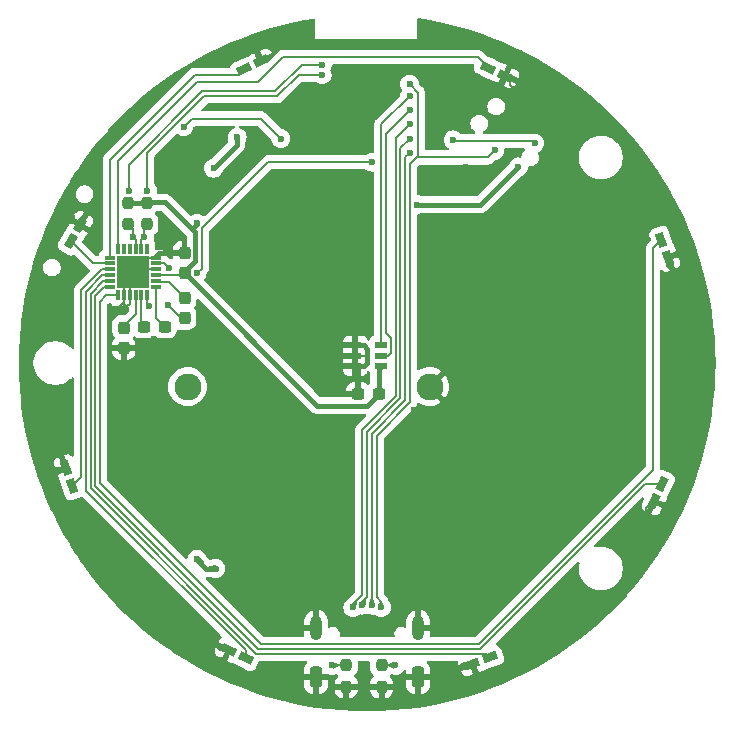
<source format=gtl>
%TF.GenerationSoftware,KiCad,Pcbnew,8.0.0*%
%TF.CreationDate,2024-03-12T16:19:55+01:00*%
%TF.ProjectId,BAT2024,42415432-3032-4342-9e6b-696361645f70,1.0*%
%TF.SameCoordinates,Original*%
%TF.FileFunction,Copper,L1,Top*%
%TF.FilePolarity,Positive*%
%FSLAX46Y46*%
G04 Gerber Fmt 4.6, Leading zero omitted, Abs format (unit mm)*
G04 Created by KiCad (PCBNEW 8.0.0) date 2024-03-12 16:19:55*
%MOMM*%
%LPD*%
G01*
G04 APERTURE LIST*
G04 Aperture macros list*
%AMRoundRect*
0 Rectangle with rounded corners*
0 $1 Rounding radius*
0 $2 $3 $4 $5 $6 $7 $8 $9 X,Y pos of 4 corners*
0 Add a 4 corners polygon primitive as box body*
4,1,4,$2,$3,$4,$5,$6,$7,$8,$9,$2,$3,0*
0 Add four circle primitives for the rounded corners*
1,1,$1+$1,$2,$3*
1,1,$1+$1,$4,$5*
1,1,$1+$1,$6,$7*
1,1,$1+$1,$8,$9*
0 Add four rect primitives between the rounded corners*
20,1,$1+$1,$2,$3,$4,$5,0*
20,1,$1+$1,$4,$5,$6,$7,0*
20,1,$1+$1,$6,$7,$8,$9,0*
20,1,$1+$1,$8,$9,$2,$3,0*%
%AMRotRect*
0 Rectangle, with rotation*
0 The origin of the aperture is its center*
0 $1 length*
0 $2 width*
0 $3 Rotation angle, in degrees counterclockwise*
0 Add horizontal line*
21,1,$1,$2,0,0,$3*%
G04 Aperture macros list end*
%TA.AperFunction,SMDPad,CuDef*%
%ADD10RotRect,0.700000X1.200000X295.000000*%
%TD*%
%TA.AperFunction,SMDPad,CuDef*%
%ADD11RotRect,0.700000X1.200000X65.000000*%
%TD*%
%TA.AperFunction,SMDPad,CuDef*%
%ADD12RotRect,0.700000X1.200000X155.000000*%
%TD*%
%TA.AperFunction,SMDPad,CuDef*%
%ADD13RotRect,0.700000X1.200000X200.000000*%
%TD*%
%TA.AperFunction,SMDPad,CuDef*%
%ADD14RotRect,0.700000X1.200000X330.000000*%
%TD*%
%TA.AperFunction,SMDPad,CuDef*%
%ADD15RoundRect,0.237500X-0.237500X0.250000X-0.237500X-0.250000X0.237500X-0.250000X0.237500X0.250000X0*%
%TD*%
%TA.AperFunction,SMDPad,CuDef*%
%ADD16RotRect,0.700000X1.200000X20.000000*%
%TD*%
%TA.AperFunction,SMDPad,CuDef*%
%ADD17R,0.850000X0.300000*%
%TD*%
%TA.AperFunction,SMDPad,CuDef*%
%ADD18R,0.300000X0.850000*%
%TD*%
%TA.AperFunction,SMDPad,CuDef*%
%ADD19R,2.700000X2.700000*%
%TD*%
%TA.AperFunction,SMDPad,CuDef*%
%ADD20RoundRect,0.237500X-0.237500X0.300000X-0.237500X-0.300000X0.237500X-0.300000X0.237500X0.300000X0*%
%TD*%
%TA.AperFunction,SMDPad,CuDef*%
%ADD21RoundRect,0.237500X0.237500X-0.250000X0.237500X0.250000X-0.237500X0.250000X-0.237500X-0.250000X0*%
%TD*%
%TA.AperFunction,SMDPad,CuDef*%
%ADD22RotRect,0.700000X1.200000X110.000000*%
%TD*%
%TA.AperFunction,SMDPad,CuDef*%
%ADD23RotRect,0.700000X1.200000X245.000000*%
%TD*%
%TA.AperFunction,SMDPad,CuDef*%
%ADD24R,1.032000X0.622000*%
%TD*%
%TA.AperFunction,SMDPad,CuDef*%
%ADD25R,1.032000X0.500000*%
%TD*%
%TA.AperFunction,SMDPad,CuDef*%
%ADD26RoundRect,0.237500X0.300000X0.237500X-0.300000X0.237500X-0.300000X-0.237500X0.300000X-0.237500X0*%
%TD*%
%TA.AperFunction,SMDPad,CuDef*%
%ADD27RoundRect,0.237500X0.237500X-0.300000X0.237500X0.300000X-0.237500X0.300000X-0.237500X-0.300000X0*%
%TD*%
%TA.AperFunction,ComponentPad*%
%ADD28C,2.280000*%
%TD*%
%TA.AperFunction,ComponentPad*%
%ADD29O,1.000000X2.100000*%
%TD*%
%TA.AperFunction,ComponentPad*%
%ADD30RoundRect,0.250000X0.250000X0.650000X-0.250000X0.650000X-0.250000X-0.650000X0.250000X-0.650000X0*%
%TD*%
%TA.AperFunction,ViaPad*%
%ADD31C,0.600000*%
%TD*%
%TA.AperFunction,Conductor*%
%ADD32C,0.200000*%
%TD*%
%TA.AperFunction,Conductor*%
%ADD33C,0.400000*%
%TD*%
G04 APERTURE END LIST*
D10*
%TO.P,LED7,1*%
%TO.N,GND*%
X105261111Y-31778234D03*
%TO.P,LED7,2*%
%TO.N,/LED7*%
X103811019Y-32454424D03*
%TD*%
D11*
%TO.P,LED4,1*%
%TO.N,GND*%
X102505065Y-81650631D03*
%TO.P,LED4,2*%
%TO.N,/LED4*%
X103955157Y-82326821D03*
%TD*%
D12*
%TO.P,LED2,1*%
%TO.N,GND*%
X138539632Y-69029934D03*
%TO.P,LED2,2*%
%TO.N,/LED2*%
X139215822Y-67579842D03*
%TD*%
D13*
%TO.P,LED1,1*%
%TO.N,GND*%
X139692290Y-48398819D03*
%TO.P,LED1,2*%
%TO.N,/LED1*%
X139145058Y-46895311D03*
%TD*%
D14*
%TO.P,LED6,1*%
%TO.N,GND*%
X89946275Y-45648290D03*
%TO.P,LED6,2*%
%TO.N,/LED6*%
X89146275Y-47033930D03*
%TD*%
D15*
%TO.P,R8,1*%
%TO.N,+3.3V*%
X93978000Y-43740500D03*
%TO.P,R8,2*%
%TO.N,/I2C_SCL*%
X93978000Y-45565500D03*
%TD*%
D16*
%TO.P,LED5,1*%
%TO.N,GND*%
X88731715Y-66247180D03*
%TO.P,LED5,2*%
%TO.N,/LED5*%
X89278947Y-67750688D03*
%TD*%
D17*
%TO.P,IC3,1,C2+*%
%TO.N,/C2+*%
X96328000Y-50903000D03*
%TO.P,IC3,2,C1+*%
%TO.N,/C1+*%
X96328000Y-50403000D03*
%TO.P,IC3,3,VDD*%
%TO.N,+3.3V*%
X96328000Y-49903000D03*
%TO.P,IC3,4,GND_1*%
%TO.N,GND*%
X96328000Y-49403000D03*
%TO.P,IC3,5,EN*%
%TO.N,/DRV_EN*%
X96328000Y-48903000D03*
%TO.P,IC3,6,CLK*%
%TO.N,GND*%
X96328000Y-48403000D03*
D18*
%TO.P,IC3,7,INT*%
%TO.N,unconnected-(IC3-INT-Pad7)*%
X95628000Y-47703000D03*
%TO.P,IC3,8,SDA*%
%TO.N,/I2C_SDA*%
X95128000Y-47703000D03*
%TO.P,IC3,9,SCL*%
%TO.N,/I2C_SCL*%
X94628000Y-47703000D03*
%TO.P,IC3,10,TRIG*%
%TO.N,unconnected-(IC3-TRIG-Pad10)*%
X94128000Y-47703000D03*
%TO.P,IC3,11,D9*%
%TO.N,unconnected-(IC3-D9-Pad11)*%
X93628000Y-47703000D03*
%TO.P,IC3,12,D8*%
%TO.N,/LED8*%
X93128000Y-47703000D03*
D17*
%TO.P,IC3,13,D7*%
%TO.N,/LED7*%
X92428000Y-48403000D03*
%TO.P,IC3,14,D6*%
%TO.N,/LED6*%
X92428000Y-48903000D03*
%TO.P,IC3,15,D5*%
%TO.N,/LED5*%
X92428000Y-49403000D03*
%TO.P,IC3,16,D4*%
%TO.N,/LED4*%
X92428000Y-49903000D03*
%TO.P,IC3,17,D3*%
%TO.N,/LED3*%
X92428000Y-50403000D03*
%TO.P,IC3,18,D2*%
%TO.N,/LED2*%
X92428000Y-50903000D03*
D18*
%TO.P,IC3,19,D1*%
%TO.N,/LED1*%
X93128000Y-51603000D03*
%TO.P,IC3,20,ASEL0*%
%TO.N,GND*%
X93628000Y-51603000D03*
%TO.P,IC3,21,ASEL1*%
X94128000Y-51603000D03*
%TO.P,IC3,22,VOUT*%
%TO.N,/DRV_VOUT*%
X94628000Y-51603000D03*
%TO.P,IC3,23,C2-*%
%TO.N,/C2-*%
X95128000Y-51603000D03*
%TO.P,IC3,24,C1-*%
%TO.N,/C1-*%
X95628000Y-51603000D03*
D19*
%TO.P,IC3,25,GND_2*%
%TO.N,GND*%
X94378000Y-49653000D03*
%TD*%
D20*
%TO.P,C3,1*%
%TO.N,/C1+*%
X98795500Y-51790500D03*
%TO.P,C3,2*%
%TO.N,/C1-*%
X98795500Y-53515500D03*
%TD*%
D21*
%TO.P,R2,1*%
%TO.N,GND*%
X112462000Y-84728000D03*
%TO.P,R2,2*%
%TO.N,Net-(J2-CC2)*%
X112462000Y-82903000D03*
%TD*%
D15*
%TO.P,R7,1*%
%TO.N,+3.3V*%
X95578000Y-43740500D03*
%TO.P,R7,2*%
%TO.N,/I2C_SDA*%
X95578000Y-45565500D03*
%TD*%
D22*
%TO.P,LED3,1*%
%TO.N,GND*%
X123136181Y-82803286D03*
%TO.P,LED3,2*%
%TO.N,/LED3*%
X124639689Y-82256054D03*
%TD*%
D20*
%TO.P,C2,1*%
%TO.N,/DRV_VOUT*%
X93628000Y-54328000D03*
%TO.P,C2,2*%
%TO.N,GND*%
X93628000Y-56053000D03*
%TD*%
D23*
%TO.P,LED8,1*%
%TO.N,GND*%
X125918936Y-32995368D03*
%TO.P,LED8,2*%
%TO.N,/LED8*%
X124468844Y-32319178D03*
%TD*%
D21*
%TO.P,R1,1*%
%TO.N,GND*%
X115462000Y-84728000D03*
%TO.P,R1,2*%
%TO.N,Net-(J2-CC1)*%
X115462000Y-82903000D03*
%TD*%
D24*
%TO.P,MK1,1,VDD*%
%TO.N,+3.3V*%
X115438000Y-57596000D03*
D25*
%TO.P,MK1,2,CLK*%
%TO.N,/PDM_CLK*%
X115438000Y-56712000D03*
D24*
%TO.P,MK1,3,DATA*%
%TO.N,/PDM_DATA0*%
X115438000Y-55828000D03*
%TO.P,MK1,4,GND_1*%
%TO.N,GND*%
X113228000Y-55828000D03*
D25*
%TO.P,MK1,5,SELECT*%
X113228000Y-56712000D03*
D24*
%TO.P,MK1,6,GND_2*%
X113228000Y-57596000D03*
%TD*%
D26*
%TO.P,C4,1*%
%TO.N,/C2+*%
X97090500Y-54269000D03*
%TO.P,C4,2*%
%TO.N,/C2-*%
X95365500Y-54269000D03*
%TD*%
%TO.P,C9,1*%
%TO.N,+3.3V*%
X115195500Y-59928000D03*
%TO.P,C9,2*%
%TO.N,GND*%
X113470500Y-59928000D03*
%TD*%
D27*
%TO.P,C1,1*%
%TO.N,+3.3V*%
X98795500Y-49715500D03*
%TO.P,C1,2*%
%TO.N,GND*%
X98795500Y-47990500D03*
%TD*%
D28*
%TO.P,H1,1,-*%
%TO.N,GND*%
X119518000Y-59328000D03*
%TO.P,H1,2,+*%
%TO.N,+BATT*%
X99028000Y-59328000D03*
%TD*%
D29*
%TO.P,J2,SH1,SHELL_GND*%
%TO.N,GND*%
X118548000Y-79748000D03*
%TO.P,J2,SH2,SHELL_GND*%
X109908000Y-79748000D03*
D30*
%TO.P,J2,SH3,SHELL_GND*%
X118548000Y-83928000D03*
%TO.P,J2,SH4,SHELL_GND*%
X109908000Y-83928000D03*
%TD*%
D31*
%TO.N,GND*%
X87428000Y-65928000D03*
X120228000Y-53328000D03*
X88228000Y-53328000D03*
X124228000Y-53328000D03*
X121728000Y-83328000D03*
X110228000Y-73328000D03*
X136228000Y-51328000D03*
X128228000Y-59328000D03*
X136228000Y-59328000D03*
X116228000Y-65328000D03*
X124228000Y-59328000D03*
X106228000Y-63328000D03*
X120228000Y-75328000D03*
X110228000Y-51328000D03*
X97373000Y-46669000D03*
X122228000Y-61328000D03*
X98228000Y-67328000D03*
X86228000Y-63328000D03*
X114228000Y-53328000D03*
X126228000Y-61328000D03*
X130228000Y-51328000D03*
X136228000Y-61328000D03*
X142228000Y-57328000D03*
X128228000Y-75328000D03*
X122228000Y-71328000D03*
X98228000Y-63328000D03*
X136228000Y-47328000D03*
X96228000Y-69328000D03*
X128228000Y-41328000D03*
X108228000Y-63328000D03*
X118228000Y-75328000D03*
X112228000Y-69328000D03*
X140228000Y-49728000D03*
X132228000Y-57328000D03*
X132228000Y-49328000D03*
X142228000Y-51328000D03*
X113928000Y-84728000D03*
X124228000Y-57328000D03*
X126228000Y-47328000D03*
X126228000Y-57328000D03*
X118228000Y-61328000D03*
X130228000Y-63328000D03*
X106228000Y-67328000D03*
X122228000Y-75328000D03*
X117428000Y-77928000D03*
X110228000Y-53328000D03*
X124228000Y-75328000D03*
X130228000Y-53328000D03*
X98228000Y-69328000D03*
X140228000Y-63328000D03*
X96228000Y-59328000D03*
X88228000Y-51328000D03*
X134228000Y-49328000D03*
X106228000Y-65328000D03*
X110228000Y-67328000D03*
X130228000Y-79328000D03*
X122628000Y-40728000D03*
X108228000Y-57328000D03*
X136228000Y-43328000D03*
X102228000Y-63328000D03*
X118228000Y-63328000D03*
X120228000Y-67328000D03*
X120228000Y-61328000D03*
X124228000Y-73328000D03*
X101028000Y-80928000D03*
X102228000Y-69328000D03*
X126228000Y-53328000D03*
X120228000Y-71328000D03*
X102228000Y-71328000D03*
X126228000Y-59328000D03*
X142228000Y-65328000D03*
X100228000Y-67328000D03*
X126228000Y-65328000D03*
X124228000Y-65328000D03*
X100228000Y-69328000D03*
X104228000Y-59328000D03*
X126228000Y-77328000D03*
X112228000Y-37328000D03*
X128228000Y-67328000D03*
X124228000Y-69328000D03*
X108228000Y-85328000D03*
X92428000Y-53328000D03*
X130228000Y-57328000D03*
X118228000Y-77328000D03*
X102228000Y-65328000D03*
X110228000Y-71328000D03*
X122228000Y-57328000D03*
X118228000Y-65328000D03*
X102228000Y-51328000D03*
X132228000Y-79328000D03*
X98228000Y-55328000D03*
X96228000Y-57328000D03*
X126228000Y-81328000D03*
X128228000Y-51328000D03*
X112228000Y-73328000D03*
X100228000Y-61328000D03*
X128228000Y-69328000D03*
X124228000Y-49328000D03*
X142228000Y-59328000D03*
X130228000Y-67328000D03*
X132228000Y-67328000D03*
X106228000Y-61328000D03*
X122228000Y-63328000D03*
X120228000Y-83328000D03*
X100228000Y-55328000D03*
X132228000Y-55328000D03*
X126228000Y-71328000D03*
X142228000Y-53328000D03*
X140228000Y-53328000D03*
X126228000Y-55328000D03*
X128228000Y-49328000D03*
X126228000Y-69328000D03*
X116228000Y-73328000D03*
X114228000Y-51328000D03*
X132228000Y-47328000D03*
X108228000Y-51328000D03*
X132228000Y-51328000D03*
X104228000Y-67328000D03*
X112028000Y-59728000D03*
X122228000Y-47328000D03*
X140228000Y-59328000D03*
X122228000Y-65328000D03*
X130228000Y-69328000D03*
X100228000Y-57328000D03*
X122228000Y-77328000D03*
X130228000Y-61328000D03*
X124228000Y-55328000D03*
X128228000Y-71328000D03*
X132228000Y-61328000D03*
X98228000Y-65328000D03*
X134228000Y-63328000D03*
X136228000Y-65328000D03*
X114228000Y-39328000D03*
X128228000Y-73328000D03*
X98228000Y-61328000D03*
X134228000Y-67328000D03*
X124228000Y-71328000D03*
X137828000Y-70228000D03*
X92228000Y-75328000D03*
X104228000Y-61328000D03*
X98228000Y-41328000D03*
X126228000Y-49328000D03*
X122228000Y-49328000D03*
X136228000Y-45328000D03*
X130228000Y-47328000D03*
X128228000Y-47328000D03*
X112228000Y-39328000D03*
X98228000Y-79328000D03*
X134228000Y-57328000D03*
X120228000Y-57328000D03*
X106228000Y-71328000D03*
X106228000Y-53328000D03*
X102228000Y-55328000D03*
X120228000Y-63328000D03*
X130228000Y-41328000D03*
X136228000Y-63328000D03*
X132228000Y-65328000D03*
X124228000Y-77328000D03*
X140228000Y-65328000D03*
X96228000Y-79328000D03*
X120228000Y-51328000D03*
X122228000Y-59328000D03*
X128228000Y-79328000D03*
X98228000Y-81328000D03*
X104228000Y-69328000D03*
X102228000Y-67328000D03*
X130228000Y-55328000D03*
X126628000Y-34128000D03*
X122228000Y-55328000D03*
X124228000Y-51328000D03*
X132228000Y-63328000D03*
X120228000Y-73328000D03*
X118228000Y-69328000D03*
X128228000Y-81328000D03*
X108228000Y-53328000D03*
X128228000Y-53328000D03*
X140228000Y-61328000D03*
X134228000Y-51328000D03*
X128228000Y-65328000D03*
X102228000Y-61328000D03*
X96228000Y-55328000D03*
X132228000Y-53328000D03*
X104228000Y-57328000D03*
X130228000Y-39328000D03*
X120228000Y-65328000D03*
X98228000Y-57328000D03*
X108228000Y-67328000D03*
X112228000Y-63328000D03*
X122228000Y-69328000D03*
X88228000Y-61328000D03*
X86228000Y-55328000D03*
X126228000Y-73328000D03*
X128228000Y-55328000D03*
X134228000Y-59328000D03*
X104228000Y-53328000D03*
X136228000Y-55328000D03*
X118228000Y-67328000D03*
X128228000Y-61328000D03*
X130228000Y-77328000D03*
X118228000Y-73328000D03*
X126228000Y-51328000D03*
X106228000Y-69328000D03*
X121828000Y-29528000D03*
X110228000Y-65328000D03*
X126228000Y-43328000D03*
X140228000Y-57328000D03*
X140228000Y-55328000D03*
X106228000Y-55328000D03*
X98228000Y-71328000D03*
X132228000Y-69328000D03*
X124228000Y-47328000D03*
X100228000Y-63328000D03*
X120228000Y-85328000D03*
X134228000Y-47328000D03*
X108228000Y-55328000D03*
X100228000Y-71328000D03*
X104228000Y-63328000D03*
X112228000Y-71328000D03*
X108228000Y-61328000D03*
X106228000Y-85328000D03*
X130228000Y-59328000D03*
X89228000Y-44928000D03*
X106228000Y-59328000D03*
X104228000Y-71328000D03*
X140228000Y-51328000D03*
X124228000Y-61328000D03*
X120228000Y-55328000D03*
X122228000Y-53328000D03*
X128228000Y-43328000D03*
X134228000Y-53328000D03*
X110228000Y-63328000D03*
X136228000Y-49328000D03*
X130228000Y-73328000D03*
X100228000Y-79328000D03*
X128228000Y-63328000D03*
X132228000Y-59328000D03*
X126228000Y-63328000D03*
X102228000Y-59328000D03*
X142228000Y-55328000D03*
X100228000Y-65328000D03*
X110228000Y-55328000D03*
X116228000Y-67328000D03*
X122228000Y-51328000D03*
X126228000Y-75328000D03*
X112228000Y-65328000D03*
X136228000Y-53328000D03*
X110228000Y-69328000D03*
X120228000Y-77328000D03*
X86228000Y-61328000D03*
X114228000Y-37328000D03*
X124228000Y-67328000D03*
X132228000Y-43328000D03*
X116228000Y-69328000D03*
X126228000Y-67328000D03*
X130228000Y-43328000D03*
X88228000Y-63328000D03*
X108228000Y-65328000D03*
X104228000Y-51328000D03*
X108228000Y-71328000D03*
X138228000Y-43328000D03*
X124228000Y-63328000D03*
X122228000Y-67328000D03*
X112228000Y-67328000D03*
X116228000Y-71328000D03*
X122228000Y-73328000D03*
X106228000Y-51328000D03*
X106628000Y-41928000D03*
X130228000Y-71328000D03*
X100228000Y-53328000D03*
X86228000Y-53328000D03*
X106428000Y-29528000D03*
X120228000Y-47328000D03*
X111028000Y-77928000D03*
X134228000Y-45328000D03*
X110228000Y-59328000D03*
X130228000Y-81328000D03*
X130228000Y-65328000D03*
X112228000Y-53328000D03*
X108578000Y-43228000D03*
X104228000Y-65328000D03*
X134228000Y-65328000D03*
X102228000Y-57328000D03*
X128228000Y-57328000D03*
X108228000Y-69328000D03*
X134228000Y-55328000D03*
X142228000Y-61328000D03*
X136228000Y-57328000D03*
X110228000Y-57328000D03*
X118228000Y-71328000D03*
X120228000Y-69328000D03*
X130228000Y-49328000D03*
X134228000Y-61328000D03*
X142228000Y-63328000D03*
X112228000Y-51328000D03*
%TO.N,+3.3V*%
X99828000Y-45490500D03*
X103228000Y-38228000D03*
X101228000Y-40828000D03*
X127028000Y-40728000D03*
X118454000Y-43928000D03*
%TO.N,/C1-*%
X97386542Y-52455460D03*
X95728000Y-52469000D03*
%TO.N,+BATT*%
X99828000Y-73928000D03*
X101428000Y-74728000D03*
%TO.N,/SWO*%
X117828000Y-39528000D03*
X114652458Y-77831688D03*
%TO.N,/SWDIO*%
X113828000Y-77828000D03*
X128428000Y-38728000D03*
X117828000Y-38328000D03*
X121528000Y-38428000D03*
%TO.N,/PDM_CLK*%
X117828000Y-35928000D03*
%TO.N,/RESET*%
X117828000Y-33728000D03*
X115428000Y-78028000D03*
X125028000Y-39328000D03*
%TO.N,/PDM_DATA0*%
X117828000Y-34728000D03*
%TO.N,/I2C_SDA*%
X110428000Y-32928000D03*
X95628000Y-42728000D03*
X95373000Y-46669000D03*
%TO.N,/SWCLK*%
X113028000Y-78028000D03*
X117828000Y-37128000D03*
%TO.N,/SPI_MOSI*%
X98704000Y-37328000D03*
X106928000Y-38328000D03*
%TO.N,/DRV_EN*%
X97473000Y-49303000D03*
X99828000Y-49728000D03*
X114628000Y-40328000D03*
%TO.N,/I2C_SCL*%
X94028000Y-42753000D03*
X110428000Y-32077997D03*
X94373000Y-46669000D03*
%TO.N,Net-(J2-CC2)*%
X111228000Y-82928000D03*
%TO.N,Net-(J2-CC1)*%
X116628000Y-82928000D03*
%TD*%
D32*
%TO.N,GND*%
X94128000Y-52328000D02*
X93928000Y-52528000D01*
X125918936Y-32995368D02*
X125995368Y-32995368D01*
X102505065Y-81650631D02*
X101750631Y-81650631D01*
D33*
X97373000Y-47990500D02*
X96590500Y-47990500D01*
D32*
X88731715Y-66247180D02*
X87747180Y-66247180D01*
D33*
X114228000Y-57328000D02*
X114228000Y-56728000D01*
D32*
X138539632Y-69029934D02*
X138426066Y-69029934D01*
X94128000Y-51603000D02*
X94128000Y-52328000D01*
X137828000Y-69628000D02*
X137828000Y-70228000D01*
X87747180Y-66247180D02*
X87428000Y-65928000D01*
D33*
X113470500Y-59928000D02*
X112228000Y-59928000D01*
D32*
X125995368Y-32995368D02*
X126328000Y-33328000D01*
X89946275Y-45648290D02*
X89946275Y-45646275D01*
X126328000Y-33328000D02*
X126328000Y-33828000D01*
D33*
X113228000Y-57596000D02*
X113960000Y-57596000D01*
D32*
X94628000Y-49403000D02*
X94378000Y-49653000D01*
X94128000Y-49903000D02*
X94378000Y-49653000D01*
X93628000Y-52128000D02*
X92428000Y-53328000D01*
X113228000Y-56712000D02*
X114212000Y-56712000D01*
X93628000Y-50403000D02*
X94378000Y-49653000D01*
X139657181Y-48398819D02*
X139628000Y-48428000D01*
X114212000Y-56712000D02*
X114228000Y-56728000D01*
X123060895Y-82728000D02*
X122328000Y-82728000D01*
X139628000Y-48428000D02*
X139628000Y-49128000D01*
X139692290Y-48398819D02*
X139657181Y-48398819D01*
X112462000Y-84728000D02*
X113928000Y-84728000D01*
X93528000Y-52228000D02*
X93628000Y-52128000D01*
X126328000Y-33828000D02*
X126628000Y-34128000D01*
X93628000Y-51603000D02*
X93628000Y-52128000D01*
D33*
X113470500Y-59928000D02*
X113470500Y-57838500D01*
X97373000Y-47990500D02*
X97373000Y-46669000D01*
X114228000Y-56128000D02*
X113928000Y-55828000D01*
D32*
X94128000Y-51603000D02*
X94128000Y-49903000D01*
X89946275Y-45646275D02*
X89228000Y-44928000D01*
D33*
X112228000Y-59928000D02*
X112028000Y-59728000D01*
D32*
X96328000Y-48403000D02*
X96303000Y-48428000D01*
X123136181Y-82803286D02*
X123060895Y-82728000D01*
D33*
X113928000Y-55828000D02*
X113228000Y-55828000D01*
X96590500Y-47990500D02*
X96328000Y-48253000D01*
X113470500Y-57838500D02*
X113228000Y-57596000D01*
D32*
X93928000Y-52528000D02*
X93828000Y-52528000D01*
X96328000Y-49403000D02*
X94628000Y-49403000D01*
X139628000Y-49128000D02*
X140228000Y-49728000D01*
X93628000Y-51603000D02*
X93628000Y-50403000D01*
X138426066Y-69029934D02*
X137828000Y-69628000D01*
X101750631Y-81650631D02*
X101028000Y-80928000D01*
X115462000Y-84728000D02*
X113928000Y-84728000D01*
X95603000Y-48428000D02*
X94378000Y-49653000D01*
D33*
X98795500Y-47990500D02*
X97373000Y-47990500D01*
X113960000Y-57596000D02*
X114228000Y-57328000D01*
X114228000Y-56728000D02*
X114228000Y-56128000D01*
D32*
X93828000Y-52528000D02*
X93528000Y-52228000D01*
X122328000Y-82728000D02*
X121728000Y-83328000D01*
X96303000Y-48428000D02*
X95603000Y-48428000D01*
%TO.N,+3.3V*%
X98485500Y-49903000D02*
X96328000Y-49903000D01*
D33*
X98673000Y-49715500D02*
X99673000Y-48715500D01*
X97132000Y-43728000D02*
X95590500Y-43728000D01*
X103228000Y-38228000D02*
X103228000Y-38828000D01*
X99828000Y-45528000D02*
X99380000Y-45976000D01*
X99673000Y-46269000D02*
X99380000Y-45976000D01*
X93978000Y-43740500D02*
X95578000Y-43740500D01*
X98795500Y-49715500D02*
X110008000Y-60928000D01*
X99828000Y-45490500D02*
X99828000Y-45528000D01*
X118454000Y-43928000D02*
X123828000Y-43928000D01*
X110008000Y-60928000D02*
X114195500Y-60928000D01*
X99673000Y-48715500D02*
X99673000Y-46269000D01*
X123828000Y-43928000D02*
X127028000Y-40728000D01*
X114195500Y-60928000D02*
X115212000Y-59911500D01*
X99380000Y-45976000D02*
X97132000Y-43728000D01*
X115195500Y-59928000D02*
X115195500Y-57838500D01*
D32*
X98673000Y-49715500D02*
X98485500Y-49903000D01*
D33*
X115195500Y-57838500D02*
X115438000Y-57596000D01*
X103228000Y-38828000D02*
X101228000Y-40828000D01*
X115212000Y-59911500D02*
X115212000Y-59712000D01*
D32*
%TO.N,/DRV_VOUT*%
X93590500Y-54269000D02*
X94678000Y-53181500D01*
X94678000Y-53181500D02*
X94678000Y-51603000D01*
%TO.N,/C1+*%
X98795500Y-51790500D02*
X97458000Y-50453000D01*
X97458000Y-50453000D02*
X96328000Y-50453000D01*
%TO.N,/C1-*%
X98795500Y-53515500D02*
X98446582Y-53515500D01*
X98446582Y-53515500D02*
X97386542Y-52455460D01*
X95628000Y-52369000D02*
X95628000Y-51603000D01*
X95728000Y-52469000D02*
X95628000Y-52369000D01*
%TO.N,/C2+*%
X96328000Y-53506500D02*
X96328000Y-50903000D01*
X97090500Y-54269000D02*
X96328000Y-53506500D01*
%TO.N,/C2-*%
X95365500Y-54269000D02*
X95128000Y-54031500D01*
X95128000Y-54031500D02*
X95128000Y-51908000D01*
D33*
%TO.N,+BATT*%
X99828000Y-73928000D02*
X100628000Y-74728000D01*
X100628000Y-74728000D02*
X101428000Y-74728000D01*
D32*
%TO.N,/SWO*%
X114652458Y-77831688D02*
X114628000Y-77807230D01*
X114628000Y-63312904D02*
X117454000Y-60486902D01*
X117454000Y-60486902D02*
X117454000Y-39902000D01*
X114628000Y-77807230D02*
X114628000Y-63312904D01*
X117454000Y-39902000D02*
X117828000Y-39528000D01*
%TO.N,/SWDIO*%
X121628000Y-38528000D02*
X121528000Y-38428000D01*
X128428000Y-38728000D02*
X128228000Y-38528000D01*
X128228000Y-38528000D02*
X121628000Y-38528000D01*
X113828000Y-77528000D02*
X114228000Y-77128000D01*
X117054000Y-60321217D02*
X117054000Y-39102000D01*
X114228000Y-63147217D02*
X117054000Y-60321217D01*
X117054000Y-39102000D02*
X117828000Y-38328000D01*
X114228000Y-77128000D02*
X114228000Y-63147217D01*
X113828000Y-77828000D02*
X113828000Y-77528000D01*
%TO.N,/PDM_CLK*%
X115838000Y-54801000D02*
X115838000Y-37918000D01*
X115838000Y-37918000D02*
X117828000Y-35928000D01*
X115981000Y-56712000D02*
X116254000Y-56439000D01*
X116254000Y-56439000D02*
X116254000Y-55217000D01*
X115438000Y-56712000D02*
X115981000Y-56712000D01*
X116254000Y-55217000D02*
X115838000Y-54801000D01*
%TO.N,/RESET*%
X115028000Y-63478587D02*
X117854000Y-60652587D01*
X117854000Y-60652587D02*
X117854000Y-40502000D01*
X115028000Y-77128000D02*
X115028000Y-63478587D01*
X124428000Y-39928000D02*
X125028000Y-39328000D01*
X118428000Y-39928000D02*
X124428000Y-39928000D01*
X117854000Y-40502000D02*
X118428000Y-39928000D01*
X115428000Y-78028000D02*
X115428000Y-77528000D01*
X118528000Y-39828000D02*
X118428000Y-39928000D01*
X117828000Y-33728000D02*
X118528000Y-34428000D01*
X118528000Y-34428000D02*
X118528000Y-39828000D01*
X115428000Y-77528000D02*
X115028000Y-77128000D01*
%TO.N,/PDM_DATA0*%
X115438000Y-55828000D02*
X115438000Y-55138000D01*
X115438000Y-55138000D02*
X115438000Y-37118000D01*
X115438000Y-37118000D02*
X117828000Y-34728000D01*
%TO.N,/I2C_SDA*%
X95373000Y-45770500D02*
X95578000Y-45565500D01*
X95373000Y-46669000D02*
X95373000Y-45770500D01*
X95628000Y-39555471D02*
X100455471Y-34728000D01*
X108428000Y-32928000D02*
X110428000Y-32928000D01*
X95628000Y-42728000D02*
X95628000Y-39555471D01*
X100455471Y-34728000D02*
X106628000Y-34728000D01*
X95128000Y-47703000D02*
X95128000Y-46914000D01*
X95128000Y-46914000D02*
X95373000Y-46669000D01*
X106628000Y-34728000D02*
X108428000Y-32928000D01*
%TO.N,/SWCLK*%
X113028000Y-77762314D02*
X113828000Y-76962314D01*
X116654000Y-60155532D02*
X116654000Y-38302000D01*
X113828000Y-76962314D02*
X113828000Y-62981532D01*
X113828000Y-62981532D02*
X116654000Y-60155532D01*
X113028000Y-78028000D02*
X113028000Y-77762314D01*
X116654000Y-38302000D02*
X117828000Y-37128000D01*
%TO.N,/SPI_MOSI*%
X98704000Y-37328000D02*
X99404000Y-36628000D01*
X99404000Y-36628000D02*
X105228000Y-36628000D01*
X105228000Y-36628000D02*
X106928000Y-38328000D01*
%TO.N,/DRV_EN*%
X96328000Y-48903000D02*
X97073000Y-48903000D01*
X105839029Y-40328000D02*
X100228000Y-45939029D01*
X100228000Y-45939029D02*
X100228000Y-49328000D01*
X97073000Y-48903000D02*
X97473000Y-49303000D01*
X114628000Y-40328000D02*
X105839029Y-40328000D01*
X100228000Y-49328000D02*
X99828000Y-49728000D01*
%TO.N,/I2C_SCL*%
X108678003Y-32077997D02*
X110428000Y-32077997D01*
X94028000Y-42753000D02*
X94028000Y-40589785D01*
X94373000Y-45960500D02*
X93978000Y-45565500D01*
X94628000Y-47703000D02*
X94628000Y-46924000D01*
X94028000Y-40589785D02*
X100289785Y-34328000D01*
X94373000Y-46669000D02*
X94373000Y-45960500D01*
X94628000Y-46924000D02*
X94373000Y-46669000D01*
X100289785Y-34328000D02*
X106428000Y-34328000D01*
X106428000Y-34328000D02*
X108678003Y-32077997D01*
%TO.N,/LED1*%
X91628000Y-52128000D02*
X91628000Y-67528000D01*
X123662314Y-81128000D02*
X138428000Y-66362314D01*
X92153000Y-51603000D02*
X91628000Y-52128000D01*
X138428000Y-66362314D02*
X138428000Y-47612368D01*
X105228000Y-81128000D02*
X123662314Y-81128000D01*
X138428000Y-47612368D02*
X139145057Y-46895311D01*
X91628000Y-67528000D02*
X105228000Y-81128000D01*
X93128000Y-51603000D02*
X92153000Y-51603000D01*
%TO.N,/LED3*%
X91884372Y-50403000D02*
X92428000Y-50403000D01*
X124639689Y-82256054D02*
X124311635Y-81928000D01*
X90828000Y-67928000D02*
X90828000Y-51459372D01*
X104828000Y-81928000D02*
X90828000Y-67928000D01*
X124311635Y-81928000D02*
X104828000Y-81928000D01*
X90828000Y-51459372D02*
X91884372Y-50403000D01*
%TO.N,/LED4*%
X91818686Y-49903000D02*
X90428000Y-51293686D01*
X92428000Y-49903000D02*
X91818686Y-49903000D01*
X90428000Y-51293686D02*
X90428000Y-68128000D01*
X103955154Y-81655154D02*
X103955154Y-82326822D01*
X90428000Y-68128000D02*
X103955154Y-81655154D01*
%TO.N,/LED2*%
X123828000Y-81528000D02*
X104993686Y-81528000D01*
X137776158Y-67579842D02*
X123828000Y-81528000D01*
X104993686Y-81528000D02*
X91228000Y-67762314D01*
X91228000Y-67762314D02*
X91228000Y-51625058D01*
X91228000Y-51625058D02*
X91950058Y-50903000D01*
X139215818Y-67579842D02*
X137776158Y-67579842D01*
X91950058Y-50903000D02*
X92428000Y-50903000D01*
%TO.N,/LED5*%
X90028000Y-51128000D02*
X91753000Y-49403000D01*
X91753000Y-49403000D02*
X92428000Y-49403000D01*
X90028000Y-67001636D02*
X90028000Y-51128000D01*
X89278948Y-67750688D02*
X90028000Y-67001636D01*
%TO.N,/LED8*%
X107128003Y-31427997D02*
X105028000Y-33528000D01*
X124468844Y-32319178D02*
X123577663Y-31427997D01*
X93128000Y-40228000D02*
X93128000Y-47703000D01*
X105028000Y-33528000D02*
X99828000Y-33528000D01*
X99828000Y-33528000D02*
X93128000Y-40228000D01*
X123577663Y-31427997D02*
X107128003Y-31427997D01*
%TO.N,/LED6*%
X89146273Y-47033927D02*
X91015346Y-48903000D01*
X91015346Y-48903000D02*
X92428000Y-48903000D01*
%TO.N,/LED7*%
X92428000Y-40128000D02*
X99628000Y-32928000D01*
X103337441Y-32928000D02*
X103811018Y-32454423D01*
X92428000Y-48403000D02*
X92428000Y-40128000D01*
X99628000Y-32928000D02*
X103337441Y-32928000D01*
%TO.N,Net-(J2-CC2)*%
X111228000Y-82928000D02*
X111253000Y-82903000D01*
X111253000Y-82903000D02*
X112462000Y-82903000D01*
%TO.N,Net-(J2-CC1)*%
X116628000Y-82928000D02*
X116603000Y-82903000D01*
X116603000Y-82903000D02*
X115462000Y-82903000D01*
%TD*%
%TA.AperFunction,Conductor*%
%TO.N,/SWDIO*%
G36*
X113978046Y-77253783D02*
G01*
X114107601Y-77383338D01*
X114111019Y-77391157D01*
X114127528Y-77815874D01*
X114124425Y-77824274D01*
X114116291Y-77828019D01*
X114115865Y-77828028D01*
X113832179Y-77828695D01*
X113823897Y-77825288D01*
X113823850Y-77825241D01*
X113623893Y-77623947D01*
X113620494Y-77615662D01*
X113623725Y-77607628D01*
X113954859Y-77260426D01*
X113954870Y-77260413D01*
X113961503Y-77253781D01*
X113969773Y-77250356D01*
X113978046Y-77253783D01*
G37*
%TD.AperFunction*%
%TD*%
%TA.AperFunction,Conductor*%
%TO.N,/RESET*%
G36*
X115433315Y-77397809D02*
G01*
X115435396Y-77400633D01*
X115699208Y-77901879D01*
X115700028Y-77910796D01*
X115694303Y-77917682D01*
X115693365Y-77918124D01*
X115433206Y-78026827D01*
X115424251Y-78026854D01*
X115424204Y-78026835D01*
X115161060Y-77917445D01*
X115154736Y-77911105D01*
X115154516Y-77902752D01*
X115154824Y-77901879D01*
X115285697Y-77530501D01*
X115288456Y-77526122D01*
X115416770Y-77397808D01*
X115425042Y-77394382D01*
X115433315Y-77397809D01*
G37*
%TD.AperFunction*%
%TD*%
%TA.AperFunction,Conductor*%
%TO.N,Net-(J2-CC2)*%
G36*
X111373970Y-82660711D02*
G01*
X111814861Y-82800412D01*
X111821713Y-82806177D01*
X111823027Y-82811565D01*
X111823027Y-82995231D01*
X111819600Y-83003504D01*
X111815867Y-83006014D01*
X111353618Y-83200611D01*
X111344663Y-83200663D01*
X111338295Y-83194368D01*
X111338282Y-83194339D01*
X111228883Y-82932509D01*
X111228857Y-82923556D01*
X111228862Y-82923542D01*
X111338679Y-82660709D01*
X111345030Y-82654399D01*
X111353008Y-82654069D01*
X111373970Y-82660711D01*
G37*
%TD.AperFunction*%
%TD*%
%TA.AperFunction,Conductor*%
%TO.N,/SWO*%
G36*
X114728495Y-77239980D02*
G01*
X114731010Y-77243725D01*
X114925086Y-77706076D01*
X114925128Y-77715030D01*
X114918826Y-77721392D01*
X114918809Y-77721400D01*
X114656969Y-77830803D01*
X114648014Y-77830830D01*
X114647947Y-77830803D01*
X114385179Y-77721013D01*
X114378867Y-77714661D01*
X114378540Y-77706672D01*
X114525407Y-77244707D01*
X114531179Y-77237862D01*
X114536557Y-77236553D01*
X114720222Y-77236553D01*
X114728495Y-77239980D01*
G37*
%TD.AperFunction*%
%TD*%
%TA.AperFunction,Conductor*%
%TO.N,+BATT*%
G36*
X101423145Y-74432282D02*
G01*
X101427886Y-74439880D01*
X101428045Y-74441764D01*
X101429000Y-74728000D01*
X101429000Y-74728078D01*
X101428045Y-75014235D01*
X101424590Y-75022497D01*
X101416306Y-75025896D01*
X101414422Y-75025737D01*
X100837777Y-74929629D01*
X100830179Y-74924888D01*
X100828000Y-74918088D01*
X100828000Y-74537911D01*
X100831427Y-74529638D01*
X100837775Y-74526370D01*
X101414424Y-74430262D01*
X101423145Y-74432282D01*
G37*
%TD.AperFunction*%
%TD*%
%TA.AperFunction,Conductor*%
%TO.N,GND*%
G36*
X114112627Y-40948185D02*
G01*
X114122903Y-40955555D01*
X114125736Y-40957814D01*
X114125738Y-40957816D01*
X114204410Y-41007249D01*
X114271287Y-41049271D01*
X114278478Y-41053789D01*
X114346306Y-41077523D01*
X114448745Y-41113368D01*
X114448750Y-41113369D01*
X114627996Y-41133565D01*
X114628000Y-41133565D01*
X114628003Y-41133565D01*
X114699616Y-41125496D01*
X114768438Y-41137550D01*
X114819818Y-41184899D01*
X114837500Y-41248716D01*
X114837500Y-54928241D01*
X114817815Y-54995280D01*
X114765011Y-55041035D01*
X114756833Y-55044423D01*
X114679671Y-55073202D01*
X114679664Y-55073206D01*
X114564455Y-55159452D01*
X114564452Y-55159455D01*
X114478206Y-55274664D01*
X114478203Y-55274669D01*
X114448915Y-55353195D01*
X114407043Y-55409128D01*
X114341579Y-55433545D01*
X114273306Y-55418693D01*
X114223901Y-55369288D01*
X114216551Y-55353194D01*
X114187354Y-55274913D01*
X114187350Y-55274906D01*
X114101190Y-55159812D01*
X114101187Y-55159809D01*
X113986093Y-55073649D01*
X113986086Y-55073645D01*
X113851379Y-55023403D01*
X113851372Y-55023401D01*
X113791844Y-55017000D01*
X113478000Y-55017000D01*
X113478000Y-58407000D01*
X113791828Y-58407000D01*
X113791844Y-58406999D01*
X113851372Y-58400598D01*
X113851379Y-58400596D01*
X113986086Y-58350354D01*
X113986093Y-58350350D01*
X114101187Y-58264190D01*
X114101190Y-58264187D01*
X114187350Y-58149093D01*
X114187355Y-58149084D01*
X114216551Y-58070805D01*
X114258421Y-58014871D01*
X114323885Y-57990453D01*
X114392158Y-58005304D01*
X114441564Y-58054709D01*
X114448914Y-58070802D01*
X114478204Y-58149331D01*
X114478207Y-58149335D01*
X114479833Y-58152313D01*
X114480951Y-58156693D01*
X114481304Y-58157640D01*
X114481202Y-58157677D01*
X114495000Y-58211739D01*
X114495000Y-59001228D01*
X114475315Y-59068267D01*
X114440071Y-59102868D01*
X114440317Y-59103179D01*
X114437431Y-59105460D01*
X114436107Y-59106761D01*
X114434651Y-59107659D01*
X114434648Y-59107661D01*
X114420325Y-59121984D01*
X114359001Y-59155468D01*
X114289309Y-59150482D01*
X114244965Y-59121982D01*
X114231038Y-59108055D01*
X114231034Y-59108052D01*
X114084311Y-59017551D01*
X114084300Y-59017546D01*
X113920652Y-58963319D01*
X113819654Y-58953000D01*
X113720500Y-58953000D01*
X113720500Y-60054000D01*
X113700815Y-60121039D01*
X113648011Y-60166794D01*
X113596500Y-60178000D01*
X112433001Y-60178000D01*
X112419820Y-60191181D01*
X112358497Y-60224666D01*
X112332139Y-60227500D01*
X110349519Y-60227500D01*
X110282480Y-60207815D01*
X110261838Y-60191181D01*
X109748657Y-59678000D01*
X112433000Y-59678000D01*
X113220500Y-59678000D01*
X113220500Y-58952999D01*
X113121360Y-58953000D01*
X113121344Y-58953001D01*
X113020347Y-58963319D01*
X112856699Y-59017546D01*
X112856688Y-59017551D01*
X112709965Y-59108052D01*
X112709961Y-59108055D01*
X112588055Y-59229961D01*
X112588052Y-59229965D01*
X112497551Y-59376688D01*
X112497546Y-59376699D01*
X112443319Y-59540347D01*
X112433000Y-59641345D01*
X112433000Y-59678000D01*
X109748657Y-59678000D01*
X107916657Y-57846000D01*
X112212000Y-57846000D01*
X112212000Y-57954844D01*
X112218401Y-58014372D01*
X112218403Y-58014379D01*
X112268645Y-58149086D01*
X112268649Y-58149093D01*
X112354809Y-58264187D01*
X112354812Y-58264190D01*
X112469906Y-58350350D01*
X112469913Y-58350354D01*
X112604620Y-58400596D01*
X112604627Y-58400598D01*
X112664155Y-58406999D01*
X112664172Y-58407000D01*
X112978000Y-58407000D01*
X112978000Y-57846000D01*
X112212000Y-57846000D01*
X107916657Y-57846000D01*
X107032657Y-56962000D01*
X112212000Y-56962000D01*
X112212000Y-57009844D01*
X112218401Y-57069372D01*
X112218403Y-57069382D01*
X112222427Y-57080170D01*
X112227409Y-57149862D01*
X112222427Y-57166830D01*
X112218403Y-57177617D01*
X112218401Y-57177627D01*
X112212000Y-57237155D01*
X112212000Y-57346000D01*
X112978000Y-57346000D01*
X112978000Y-56962000D01*
X112212000Y-56962000D01*
X107032657Y-56962000D01*
X106148657Y-56078000D01*
X112212000Y-56078000D01*
X112212000Y-56186844D01*
X112218401Y-56246372D01*
X112218403Y-56246382D01*
X112222427Y-56257170D01*
X112227409Y-56326862D01*
X112222427Y-56343830D01*
X112218403Y-56354617D01*
X112218401Y-56354627D01*
X112212000Y-56414155D01*
X112212000Y-56462000D01*
X112978000Y-56462000D01*
X112978000Y-56078000D01*
X112212000Y-56078000D01*
X106148657Y-56078000D01*
X105648657Y-55578000D01*
X112212000Y-55578000D01*
X112978000Y-55578000D01*
X112978000Y-55017000D01*
X112664155Y-55017000D01*
X112604627Y-55023401D01*
X112604620Y-55023403D01*
X112469913Y-55073645D01*
X112469906Y-55073649D01*
X112354812Y-55159809D01*
X112354809Y-55159812D01*
X112268649Y-55274906D01*
X112268645Y-55274913D01*
X112218403Y-55409620D01*
X112218401Y-55409627D01*
X112212000Y-55469155D01*
X112212000Y-55578000D01*
X105648657Y-55578000D01*
X100466563Y-50395906D01*
X100433078Y-50334583D01*
X100438062Y-50264891D01*
X100454271Y-50236260D01*
X100454111Y-50236159D01*
X100456315Y-50232651D01*
X100457306Y-50230901D01*
X100457810Y-50230267D01*
X100457816Y-50230262D01*
X100553789Y-50077522D01*
X100613368Y-49907255D01*
X100623161Y-49820331D01*
X100650226Y-49755921D01*
X100658701Y-49746535D01*
X100708517Y-49696719D01*
X100708517Y-49696718D01*
X100708520Y-49696716D01*
X100787577Y-49559784D01*
X100824367Y-49422481D01*
X100828500Y-49407058D01*
X100828500Y-49248943D01*
X100828500Y-46239126D01*
X100848185Y-46172087D01*
X100864819Y-46151445D01*
X106051445Y-40964819D01*
X106112768Y-40931334D01*
X106139126Y-40928500D01*
X114045588Y-40928500D01*
X114112627Y-40948185D01*
G37*
%TD.AperFunction*%
%TA.AperFunction,Conductor*%
G36*
X96857520Y-44448185D02*
G01*
X96878162Y-44464819D01*
X98936181Y-46522838D01*
X98969666Y-46584161D01*
X98972500Y-46610519D01*
X98972500Y-48116500D01*
X98952815Y-48183539D01*
X98900011Y-48229294D01*
X98848500Y-48240500D01*
X97820501Y-48240500D01*
X97820501Y-48339657D01*
X97825768Y-48391209D01*
X97812998Y-48459902D01*
X97765117Y-48510786D01*
X97697327Y-48527706D01*
X97661457Y-48520852D01*
X97652250Y-48517630D01*
X97652252Y-48517630D01*
X97565331Y-48507837D01*
X97500917Y-48480770D01*
X97491534Y-48472298D01*
X97441717Y-48422481D01*
X97441716Y-48422480D01*
X97354904Y-48372360D01*
X97354904Y-48372358D01*
X97354899Y-48372357D01*
X97314997Y-48349318D01*
X97266783Y-48298750D01*
X97253000Y-48241933D01*
X97253000Y-48205172D01*
X97252999Y-48205155D01*
X97246598Y-48145627D01*
X97246596Y-48145620D01*
X97196354Y-48010913D01*
X97196350Y-48010906D01*
X97110190Y-47895812D01*
X97110187Y-47895809D01*
X96995093Y-47809649D01*
X96995086Y-47809645D01*
X96860379Y-47759403D01*
X96860372Y-47759401D01*
X96800844Y-47753000D01*
X96467873Y-47753000D01*
X96428855Y-47774305D01*
X96359163Y-47769319D01*
X96320667Y-47740500D01*
X97820500Y-47740500D01*
X98545500Y-47740500D01*
X98545500Y-46953000D01*
X98508861Y-46953000D01*
X98508843Y-46953001D01*
X98407847Y-46963319D01*
X98244199Y-47017546D01*
X98244188Y-47017551D01*
X98097465Y-47108052D01*
X98097461Y-47108055D01*
X97975555Y-47229961D01*
X97975552Y-47229965D01*
X97885051Y-47376688D01*
X97885046Y-47376699D01*
X97830819Y-47540347D01*
X97820500Y-47641345D01*
X97820500Y-47740500D01*
X96320667Y-47740500D01*
X96303230Y-47727446D01*
X96278815Y-47661981D01*
X96278499Y-47653138D01*
X96278499Y-47230129D01*
X96278498Y-47230123D01*
X96276681Y-47213223D01*
X96272091Y-47170517D01*
X96271806Y-47169754D01*
X96221797Y-47035671D01*
X96221795Y-47035668D01*
X96173480Y-46971127D01*
X96149063Y-46905663D01*
X96155706Y-46855861D01*
X96158368Y-46848255D01*
X96158929Y-46843277D01*
X96178565Y-46669003D01*
X96178565Y-46668997D01*
X96165209Y-46550463D01*
X96177263Y-46481641D01*
X96223331Y-46431041D01*
X96276350Y-46398340D01*
X96398340Y-46276350D01*
X96488908Y-46129516D01*
X96543174Y-45965753D01*
X96553500Y-45864677D01*
X96553499Y-45266324D01*
X96543174Y-45165247D01*
X96488908Y-45001484D01*
X96398340Y-44854650D01*
X96284371Y-44740681D01*
X96250886Y-44679358D01*
X96255870Y-44609666D01*
X96284371Y-44565319D01*
X96384871Y-44464819D01*
X96446194Y-44431334D01*
X96472552Y-44428500D01*
X96790481Y-44428500D01*
X96857520Y-44448185D01*
G37*
%TD.AperFunction*%
%TA.AperFunction,Conductor*%
G36*
X127532614Y-39148185D02*
G01*
X127578369Y-39200989D01*
X127588313Y-39270147D01*
X127559288Y-39333703D01*
X127552655Y-39340159D01*
X127552938Y-39340442D01*
X127444752Y-39448627D01*
X127444749Y-39448631D01*
X127363134Y-39570775D01*
X127363129Y-39570784D01*
X127306912Y-39706506D01*
X127306909Y-39706516D01*
X127281025Y-39836647D01*
X127248641Y-39898558D01*
X127187925Y-39933132D01*
X127145525Y-39935676D01*
X127028004Y-39922435D01*
X127027996Y-39922435D01*
X126848750Y-39942630D01*
X126848745Y-39942631D01*
X126678476Y-40002211D01*
X126525737Y-40098184D01*
X126398184Y-40225737D01*
X126302212Y-40378475D01*
X126302211Y-40378476D01*
X126265991Y-40481986D01*
X126236631Y-40528711D01*
X123574162Y-43191181D01*
X123512839Y-43224666D01*
X123486481Y-43227500D01*
X118879494Y-43227500D01*
X118813523Y-43208494D01*
X118803524Y-43202211D01*
X118633249Y-43142630D01*
X118564616Y-43134897D01*
X118500202Y-43107830D01*
X118460647Y-43050235D01*
X118454500Y-43011677D01*
X118454500Y-40802097D01*
X118474185Y-40735058D01*
X118490814Y-40714420D01*
X118640418Y-40564816D01*
X118701740Y-40531334D01*
X118728098Y-40528500D01*
X124341331Y-40528500D01*
X124341347Y-40528501D01*
X124348943Y-40528501D01*
X124507054Y-40528501D01*
X124507057Y-40528501D01*
X124659785Y-40487577D01*
X124709904Y-40458639D01*
X124796716Y-40408520D01*
X124908520Y-40296716D01*
X124908520Y-40296714D01*
X124918728Y-40286507D01*
X124918730Y-40286504D01*
X125046535Y-40158698D01*
X125107856Y-40125215D01*
X125120311Y-40123163D01*
X125207255Y-40113368D01*
X125377522Y-40053789D01*
X125530262Y-39957816D01*
X125657816Y-39830262D01*
X125753789Y-39677522D01*
X125813368Y-39507255D01*
X125813937Y-39502207D01*
X125833565Y-39328003D01*
X125833565Y-39327996D01*
X125826623Y-39266383D01*
X125838678Y-39197561D01*
X125886027Y-39146182D01*
X125949843Y-39128500D01*
X127465575Y-39128500D01*
X127532614Y-39148185D01*
G37*
%TD.AperFunction*%
%TA.AperFunction,Conductor*%
G36*
X118572216Y-28151002D02*
G01*
X119583957Y-28318832D01*
X119588383Y-28319649D01*
X120639912Y-28533808D01*
X120644241Y-28534772D01*
X121687251Y-28787192D01*
X121691551Y-28788317D01*
X122724625Y-29078655D01*
X122728918Y-29079947D01*
X123750674Y-29407814D01*
X123754895Y-29409254D01*
X124764019Y-29774227D01*
X124768206Y-29775828D01*
X125763349Y-30177422D01*
X125767443Y-30179163D01*
X126747196Y-30616808D01*
X126751268Y-30618716D01*
X127259567Y-30868420D01*
X127714376Y-31091847D01*
X127718405Y-31093918D01*
X128663589Y-31601907D01*
X128667539Y-31604124D01*
X128967561Y-31779786D01*
X129593552Y-32146302D01*
X129597389Y-32148644D01*
X130485967Y-32713464D01*
X130502950Y-32724259D01*
X130506718Y-32726751D01*
X131059633Y-33107255D01*
X131390700Y-33335088D01*
X131394383Y-33337724D01*
X132255496Y-33977894D01*
X132259081Y-33980662D01*
X133096254Y-34651867D01*
X133099736Y-34654764D01*
X133832495Y-35287576D01*
X133911868Y-35356122D01*
X133915233Y-35359138D01*
X134700411Y-36088947D01*
X134701182Y-36089664D01*
X134704443Y-36092808D01*
X135463191Y-36851556D01*
X135466335Y-36854817D01*
X136105647Y-37542632D01*
X136196854Y-37640758D01*
X136199872Y-37644126D01*
X136246557Y-37698184D01*
X136901235Y-38456263D01*
X136904132Y-38459745D01*
X137575337Y-39296918D01*
X137578105Y-39300503D01*
X138218275Y-40161616D01*
X138220911Y-40165299D01*
X138829241Y-41049271D01*
X138831740Y-41053049D01*
X139407346Y-41958596D01*
X139409706Y-41962462D01*
X139951875Y-42888460D01*
X139954092Y-42892410D01*
X140462081Y-43837594D01*
X140464152Y-43841623D01*
X140937276Y-44804717D01*
X140939198Y-44808818D01*
X141027627Y-45006783D01*
X141273305Y-45556782D01*
X141376820Y-45788519D01*
X141378587Y-45792677D01*
X141481468Y-46047612D01*
X141780162Y-46787771D01*
X141781780Y-46792002D01*
X142146734Y-47801071D01*
X142148196Y-47805358D01*
X142476045Y-48827059D01*
X142477350Y-48831396D01*
X142622250Y-49346975D01*
X142743166Y-49777216D01*
X142767671Y-49864407D01*
X142768816Y-49868786D01*
X143017465Y-50896215D01*
X143021216Y-50911712D01*
X143022201Y-50916133D01*
X143236347Y-51967602D01*
X143237169Y-51972056D01*
X143412761Y-53030589D01*
X143413421Y-53035070D01*
X143550244Y-54099367D01*
X143550739Y-54103869D01*
X143648596Y-55172410D01*
X143648927Y-55176928D01*
X143707695Y-56248368D01*
X143707860Y-56252894D01*
X143727458Y-57325735D01*
X143727458Y-57330265D01*
X143707860Y-58403105D01*
X143707695Y-58407631D01*
X143648927Y-59479071D01*
X143648596Y-59483589D01*
X143550739Y-60552130D01*
X143550244Y-60556632D01*
X143413421Y-61620929D01*
X143412761Y-61625410D01*
X143237169Y-62683943D01*
X143236347Y-62688397D01*
X143022201Y-63739866D01*
X143021216Y-63744287D01*
X142768817Y-64787209D01*
X142767671Y-64791592D01*
X142477350Y-65824603D01*
X142476045Y-65828940D01*
X142148196Y-66850641D01*
X142146734Y-66854928D01*
X141781780Y-67863997D01*
X141780162Y-67868228D01*
X141378592Y-68863312D01*
X141376820Y-68867480D01*
X140939198Y-69847181D01*
X140937276Y-69851282D01*
X140464152Y-70814376D01*
X140462081Y-70818405D01*
X139954092Y-71763589D01*
X139951875Y-71767539D01*
X139409706Y-72693537D01*
X139407346Y-72697403D01*
X138831740Y-73602950D01*
X138829241Y-73606728D01*
X138220911Y-74490700D01*
X138218275Y-74494383D01*
X137578105Y-75355496D01*
X137575337Y-75359081D01*
X136904132Y-76196254D01*
X136901235Y-76199736D01*
X136199877Y-77011868D01*
X136196854Y-77015241D01*
X135466335Y-77801182D01*
X135463191Y-77804443D01*
X134704443Y-78563191D01*
X134701182Y-78566335D01*
X133915241Y-79296854D01*
X133911868Y-79299877D01*
X133099736Y-80001235D01*
X133096254Y-80004132D01*
X132259081Y-80675337D01*
X132255496Y-80678105D01*
X131394383Y-81318275D01*
X131390700Y-81320911D01*
X130506728Y-81929241D01*
X130502950Y-81931740D01*
X129597403Y-82507346D01*
X129593537Y-82509706D01*
X128667539Y-83051875D01*
X128663589Y-83054092D01*
X127718405Y-83562081D01*
X127714376Y-83564152D01*
X126751282Y-84037276D01*
X126747181Y-84039198D01*
X125767480Y-84476820D01*
X125763312Y-84478592D01*
X124768228Y-84880162D01*
X124763997Y-84881780D01*
X123754928Y-85246734D01*
X123750641Y-85248196D01*
X122728940Y-85576045D01*
X122724603Y-85577350D01*
X121691592Y-85867671D01*
X121687209Y-85868817D01*
X120644287Y-86121216D01*
X120639866Y-86122201D01*
X119588397Y-86336347D01*
X119583943Y-86337169D01*
X118525410Y-86512761D01*
X118520929Y-86513421D01*
X117456632Y-86650244D01*
X117452130Y-86650739D01*
X116383589Y-86748596D01*
X116379071Y-86748927D01*
X115307631Y-86807695D01*
X115303105Y-86807860D01*
X114230265Y-86827458D01*
X114225735Y-86827458D01*
X113152894Y-86807860D01*
X113148368Y-86807695D01*
X112076928Y-86748927D01*
X112072410Y-86748596D01*
X111003869Y-86650739D01*
X110999367Y-86650244D01*
X109935070Y-86513421D01*
X109930589Y-86512761D01*
X108872056Y-86337169D01*
X108867602Y-86336347D01*
X107816133Y-86122201D01*
X107811712Y-86121216D01*
X107542402Y-86056040D01*
X106768786Y-85868816D01*
X106764407Y-85867671D01*
X105731396Y-85577350D01*
X105727059Y-85576045D01*
X104705358Y-85248196D01*
X104701071Y-85246734D01*
X103692002Y-84881780D01*
X103687771Y-84880162D01*
X103012258Y-84607556D01*
X102692677Y-84478587D01*
X102688530Y-84476824D01*
X101708818Y-84039198D01*
X101704717Y-84037276D01*
X100741623Y-83564152D01*
X100737594Y-83562081D01*
X99792410Y-83054092D01*
X99788460Y-83051875D01*
X98862462Y-82509706D01*
X98858596Y-82507346D01*
X97953049Y-81931740D01*
X97949271Y-81929241D01*
X97683447Y-81746307D01*
X101309237Y-81746307D01*
X101338684Y-81887031D01*
X101338687Y-81887037D01*
X101406589Y-82013772D01*
X101507443Y-82116238D01*
X101507447Y-82116241D01*
X101558705Y-82147207D01*
X101558724Y-82147217D01*
X101919262Y-82315338D01*
X101919263Y-82315338D01*
X102172833Y-81771554D01*
X101402470Y-81412327D01*
X101340002Y-81546292D01*
X101320633Y-81602980D01*
X101309237Y-81746307D01*
X97683447Y-81746307D01*
X97065299Y-81320911D01*
X97061616Y-81318275D01*
X96200503Y-80678105D01*
X96196918Y-80675337D01*
X95359745Y-80004132D01*
X95356263Y-80001235D01*
X94544131Y-79299877D01*
X94540758Y-79296854D01*
X94320873Y-79092475D01*
X93754817Y-78566335D01*
X93751556Y-78563191D01*
X92992808Y-77804443D01*
X92989664Y-77801182D01*
X92863322Y-77665255D01*
X92259138Y-77015233D01*
X92256122Y-77011868D01*
X92120012Y-76854261D01*
X91554764Y-76199736D01*
X91551867Y-76196254D01*
X90880662Y-75359081D01*
X90877894Y-75355496D01*
X90237724Y-74494383D01*
X90235088Y-74490700D01*
X89960462Y-74091637D01*
X89626751Y-73606718D01*
X89624259Y-73602950D01*
X89608704Y-73578478D01*
X89048644Y-72697389D01*
X89046293Y-72693537D01*
X88504124Y-71767539D01*
X88501907Y-71763589D01*
X87993918Y-70818405D01*
X87991847Y-70814376D01*
X87859245Y-70544451D01*
X87518716Y-69851268D01*
X87516801Y-69847181D01*
X87508133Y-69827775D01*
X87079163Y-68867443D01*
X87077422Y-68863349D01*
X86675828Y-67868206D01*
X86674219Y-67863997D01*
X86309254Y-66854895D01*
X86307814Y-66850674D01*
X85993447Y-65870988D01*
X87697054Y-65870988D01*
X87711407Y-65929142D01*
X87847470Y-66302972D01*
X88411285Y-66097761D01*
X88411286Y-66097760D01*
X88120569Y-65299022D01*
X87981660Y-65349581D01*
X87981656Y-65349583D01*
X87927889Y-65375966D01*
X87818487Y-65469254D01*
X87818484Y-65469257D01*
X87739796Y-65589589D01*
X87739796Y-65589590D01*
X87698196Y-65727215D01*
X87698195Y-65727223D01*
X87697054Y-65870988D01*
X85993447Y-65870988D01*
X85979947Y-65828918D01*
X85978649Y-65824603D01*
X85951279Y-65727215D01*
X85688317Y-64791551D01*
X85687192Y-64787251D01*
X85434772Y-63744241D01*
X85433808Y-63739912D01*
X85219649Y-62688383D01*
X85218830Y-62683943D01*
X85207031Y-62612817D01*
X85047016Y-61648185D01*
X85043238Y-61625410D01*
X85042578Y-61620929D01*
X84956751Y-60953312D01*
X84905752Y-60556607D01*
X84905260Y-60552130D01*
X84899716Y-60491596D01*
X84807401Y-59483570D01*
X84807072Y-59479071D01*
X84803595Y-59415681D01*
X84748303Y-58407608D01*
X84748139Y-58403105D01*
X84748093Y-58400598D01*
X84730716Y-57449288D01*
X85977500Y-57449288D01*
X86009161Y-57689785D01*
X86071947Y-57924104D01*
X86164773Y-58148205D01*
X86164777Y-58148214D01*
X86170219Y-58157640D01*
X86286064Y-58358289D01*
X86286066Y-58358292D01*
X86286067Y-58358293D01*
X86433733Y-58550736D01*
X86433739Y-58550743D01*
X86605256Y-58722260D01*
X86605262Y-58722265D01*
X86797711Y-58869936D01*
X87007788Y-58991224D01*
X87231900Y-59084054D01*
X87466211Y-59146838D01*
X87646586Y-59170584D01*
X87706711Y-59178500D01*
X87706712Y-59178500D01*
X87949289Y-59178500D01*
X87997388Y-59172167D01*
X88189789Y-59146838D01*
X88424100Y-59084054D01*
X88648212Y-58991224D01*
X88858289Y-58869936D01*
X89050738Y-58722265D01*
X89128137Y-58644866D01*
X89215819Y-58557185D01*
X89277142Y-58523700D01*
X89346834Y-58528684D01*
X89402767Y-58570556D01*
X89427184Y-58636020D01*
X89427500Y-58644866D01*
X89427500Y-65127452D01*
X89407815Y-65194491D01*
X89355011Y-65240246D01*
X89285853Y-65250190D01*
X89222297Y-65221165D01*
X89209146Y-65207909D01*
X89189213Y-65184533D01*
X89068877Y-65105844D01*
X88931247Y-65064242D01*
X88787478Y-65063101D01*
X88729328Y-65077453D01*
X88590415Y-65128013D01*
X89009732Y-66280076D01*
X89014163Y-66349805D01*
X88980193Y-66410860D01*
X88935621Y-66439008D01*
X88584391Y-66566846D01*
X88584390Y-66566846D01*
X88018480Y-66772819D01*
X88154546Y-67146656D01*
X88154550Y-67146666D01*
X88180929Y-67200424D01*
X88214567Y-67239873D01*
X88243087Y-67303657D01*
X88244209Y-67321314D01*
X88243786Y-67374564D01*
X88243787Y-67374568D01*
X88258153Y-67432775D01*
X88692308Y-68625603D01*
X88701327Y-68650381D01*
X88701330Y-68650388D01*
X88727733Y-68704199D01*
X88727734Y-68704202D01*
X88773305Y-68757644D01*
X88821117Y-68813714D01*
X88941571Y-68892482D01*
X89079337Y-68934125D01*
X89151296Y-68934695D01*
X89223251Y-68935266D01*
X89223251Y-68935265D01*
X89223255Y-68935266D01*
X89281462Y-68920900D01*
X90006517Y-68657000D01*
X90076244Y-68652570D01*
X90136607Y-68685842D01*
X101896143Y-80445379D01*
X101929628Y-80506702D01*
X101924644Y-80576394D01*
X101882772Y-80632327D01*
X101867023Y-80642360D01*
X101809697Y-80673073D01*
X101809693Y-80673076D01*
X101707223Y-80773933D01*
X101676255Y-80825195D01*
X101613781Y-80959173D01*
X102384143Y-81318399D01*
X102724915Y-81477304D01*
X102777354Y-81523476D01*
X102796506Y-81590670D01*
X102784892Y-81642091D01*
X102372416Y-82526646D01*
X102732963Y-82694773D01*
X102732974Y-82694778D01*
X102789645Y-82714139D01*
X102841324Y-82718248D01*
X102906592Y-82743183D01*
X102919871Y-82754875D01*
X102957231Y-82792832D01*
X103008548Y-82823833D01*
X103515331Y-83060149D01*
X104182885Y-83371434D01*
X104182887Y-83371435D01*
X104182892Y-83371437D01*
X104239626Y-83390822D01*
X104383095Y-83402229D01*
X104383095Y-83402228D01*
X104383096Y-83402229D01*
X104523962Y-83372753D01*
X104523961Y-83372753D01*
X104523967Y-83372752D01*
X104650828Y-83304782D01*
X104753400Y-83203824D01*
X104784400Y-83152508D01*
X104889090Y-82928000D01*
X105041994Y-82600095D01*
X105088166Y-82547656D01*
X105154376Y-82528500D01*
X109047477Y-82528500D01*
X109114516Y-82548185D01*
X109160271Y-82600989D01*
X109170215Y-82670147D01*
X109141190Y-82733703D01*
X109135158Y-82740181D01*
X109065684Y-82809654D01*
X108973643Y-82958875D01*
X108973641Y-82958880D01*
X108918494Y-83125302D01*
X108918493Y-83125309D01*
X108908000Y-83228013D01*
X108908000Y-83678000D01*
X109608000Y-83678000D01*
X109608000Y-84178000D01*
X108908001Y-84178000D01*
X108908001Y-84627986D01*
X108918494Y-84730697D01*
X108973641Y-84897119D01*
X108973643Y-84897124D01*
X109065684Y-85046345D01*
X109189654Y-85170315D01*
X109338875Y-85262356D01*
X109338880Y-85262358D01*
X109505302Y-85317505D01*
X109505309Y-85317506D01*
X109608019Y-85327999D01*
X109657999Y-85327998D01*
X109658000Y-85327998D01*
X109658000Y-84494988D01*
X109667940Y-84512205D01*
X109723795Y-84568060D01*
X109792204Y-84607556D01*
X109868504Y-84628000D01*
X109947496Y-84628000D01*
X110023796Y-84607556D01*
X110092205Y-84568060D01*
X110148060Y-84512205D01*
X110158000Y-84494988D01*
X110158000Y-85327999D01*
X110207972Y-85327999D01*
X110207986Y-85327998D01*
X110310697Y-85317505D01*
X110477119Y-85262358D01*
X110477124Y-85262356D01*
X110626345Y-85170315D01*
X110750315Y-85046345D01*
X110792471Y-84978000D01*
X111487001Y-84978000D01*
X111487001Y-85027154D01*
X111497319Y-85128152D01*
X111551546Y-85291800D01*
X111551551Y-85291811D01*
X111642052Y-85438534D01*
X111642055Y-85438538D01*
X111763961Y-85560444D01*
X111763965Y-85560447D01*
X111910688Y-85650948D01*
X111910699Y-85650953D01*
X112074347Y-85705180D01*
X112175352Y-85715499D01*
X112212000Y-85715499D01*
X112212000Y-84978000D01*
X112712000Y-84978000D01*
X112712000Y-85715499D01*
X112748640Y-85715499D01*
X112748654Y-85715498D01*
X112849652Y-85705180D01*
X113013300Y-85650953D01*
X113013311Y-85650948D01*
X113160034Y-85560447D01*
X113160038Y-85560444D01*
X113281944Y-85438538D01*
X113281947Y-85438534D01*
X113372448Y-85291811D01*
X113372453Y-85291800D01*
X113426680Y-85128152D01*
X113436999Y-85027154D01*
X113437000Y-85027141D01*
X113437000Y-84978000D01*
X114487001Y-84978000D01*
X114487001Y-85027154D01*
X114497319Y-85128152D01*
X114551546Y-85291800D01*
X114551551Y-85291811D01*
X114642052Y-85438534D01*
X114642055Y-85438538D01*
X114763961Y-85560444D01*
X114763965Y-85560447D01*
X114910688Y-85650948D01*
X114910699Y-85650953D01*
X115074347Y-85705180D01*
X115175352Y-85715499D01*
X115212000Y-85715499D01*
X115212000Y-84978000D01*
X115712000Y-84978000D01*
X115712000Y-85715499D01*
X115748640Y-85715499D01*
X115748654Y-85715498D01*
X115849652Y-85705180D01*
X116013300Y-85650953D01*
X116013311Y-85650948D01*
X116160034Y-85560447D01*
X116160038Y-85560444D01*
X116281944Y-85438538D01*
X116281947Y-85438534D01*
X116372448Y-85291811D01*
X116372453Y-85291800D01*
X116426680Y-85128152D01*
X116436999Y-85027154D01*
X116437000Y-85027141D01*
X116437000Y-84978000D01*
X115712000Y-84978000D01*
X115212000Y-84978000D01*
X114487001Y-84978000D01*
X113437000Y-84978000D01*
X112712000Y-84978000D01*
X112212000Y-84978000D01*
X111487001Y-84978000D01*
X110792471Y-84978000D01*
X110842356Y-84897124D01*
X110842358Y-84897119D01*
X110897505Y-84730697D01*
X110897506Y-84730690D01*
X110907999Y-84627986D01*
X110908000Y-84627973D01*
X110908000Y-84178000D01*
X110208000Y-84178000D01*
X110208000Y-83678000D01*
X110926603Y-83678000D01*
X110967555Y-83684958D01*
X111048745Y-83713368D01*
X111048748Y-83713369D01*
X111227996Y-83733565D01*
X111228000Y-83733565D01*
X111228004Y-83733565D01*
X111407251Y-83713369D01*
X111407253Y-83713368D01*
X111407255Y-83713368D01*
X111511086Y-83677035D01*
X111520678Y-83674109D01*
X111549752Y-83666510D01*
X111574651Y-83656027D01*
X111644075Y-83648159D01*
X111706734Y-83679074D01*
X111710443Y-83682633D01*
X111755982Y-83728172D01*
X111789467Y-83789495D01*
X111784483Y-83859187D01*
X111755983Y-83903534D01*
X111642052Y-84017465D01*
X111551551Y-84164188D01*
X111551546Y-84164199D01*
X111497319Y-84327847D01*
X111487000Y-84428845D01*
X111487000Y-84478000D01*
X113436999Y-84478000D01*
X113436999Y-84428860D01*
X113436998Y-84428845D01*
X113426680Y-84327847D01*
X113372453Y-84164199D01*
X113372448Y-84164188D01*
X113281947Y-84017465D01*
X113281944Y-84017461D01*
X113168017Y-83903534D01*
X113134532Y-83842211D01*
X113139516Y-83772519D01*
X113168013Y-83728176D01*
X113282340Y-83613850D01*
X113372908Y-83467016D01*
X113427174Y-83303253D01*
X113437500Y-83202177D01*
X113437499Y-82652499D01*
X113457183Y-82585461D01*
X113509987Y-82539706D01*
X113561499Y-82528500D01*
X114362500Y-82528500D01*
X114429539Y-82548185D01*
X114475294Y-82600989D01*
X114486500Y-82652500D01*
X114486500Y-83202169D01*
X114486501Y-83202187D01*
X114496825Y-83303252D01*
X114525843Y-83390820D01*
X114551092Y-83467016D01*
X114637503Y-83607111D01*
X114641661Y-83613851D01*
X114755982Y-83728172D01*
X114789467Y-83789495D01*
X114784483Y-83859187D01*
X114755983Y-83903534D01*
X114642052Y-84017465D01*
X114551551Y-84164188D01*
X114551546Y-84164199D01*
X114497319Y-84327847D01*
X114487000Y-84428845D01*
X114487000Y-84478000D01*
X116436999Y-84478000D01*
X116436999Y-84428860D01*
X116436998Y-84428845D01*
X116426680Y-84327847D01*
X116372453Y-84164199D01*
X116372448Y-84164188D01*
X116281947Y-84017465D01*
X116281944Y-84017461D01*
X116168017Y-83903534D01*
X116134532Y-83842211D01*
X116139516Y-83772519D01*
X116168015Y-83728174D01*
X116194333Y-83701856D01*
X116255655Y-83668372D01*
X116323777Y-83672783D01*
X116358532Y-83685216D01*
X116363608Y-83685961D01*
X116386545Y-83691602D01*
X116448745Y-83713368D01*
X116448749Y-83713368D01*
X116448751Y-83713369D01*
X116448748Y-83713369D01*
X116627996Y-83733565D01*
X116628000Y-83733565D01*
X116628004Y-83733565D01*
X116807249Y-83713369D01*
X116807252Y-83713368D01*
X116807255Y-83713368D01*
X116977522Y-83653789D01*
X117130262Y-83557816D01*
X117257816Y-83430262D01*
X117319007Y-83332877D01*
X117371341Y-83286587D01*
X117440394Y-83275939D01*
X117504243Y-83304314D01*
X117542615Y-83362703D01*
X117548000Y-83398850D01*
X117548000Y-83678000D01*
X118248000Y-83678000D01*
X118248000Y-84178000D01*
X117548001Y-84178000D01*
X117548001Y-84627986D01*
X117558494Y-84730697D01*
X117613641Y-84897119D01*
X117613643Y-84897124D01*
X117705684Y-85046345D01*
X117829654Y-85170315D01*
X117978875Y-85262356D01*
X117978880Y-85262358D01*
X118145302Y-85317505D01*
X118145309Y-85317506D01*
X118248019Y-85327999D01*
X118297999Y-85327998D01*
X118298000Y-85327998D01*
X118298000Y-84494988D01*
X118307940Y-84512205D01*
X118363795Y-84568060D01*
X118432204Y-84607556D01*
X118508504Y-84628000D01*
X118587496Y-84628000D01*
X118663796Y-84607556D01*
X118732205Y-84568060D01*
X118788060Y-84512205D01*
X118798000Y-84494988D01*
X118798000Y-85327999D01*
X118847972Y-85327999D01*
X118847986Y-85327998D01*
X118950697Y-85317505D01*
X119117119Y-85262358D01*
X119117124Y-85262356D01*
X119266345Y-85170315D01*
X119390315Y-85046345D01*
X119482356Y-84897124D01*
X119482358Y-84897119D01*
X119537505Y-84730697D01*
X119537506Y-84730690D01*
X119547999Y-84627986D01*
X119548000Y-84627973D01*
X119548000Y-84178000D01*
X118848000Y-84178000D01*
X118848000Y-83678000D01*
X119547999Y-83678000D01*
X119547999Y-83414430D01*
X122188023Y-83414430D01*
X122238582Y-83553340D01*
X122238584Y-83553344D01*
X122264967Y-83607111D01*
X122358255Y-83716513D01*
X122358258Y-83716516D01*
X122478590Y-83795204D01*
X122616216Y-83836804D01*
X122616224Y-83836805D01*
X122759989Y-83837946D01*
X122818139Y-83823594D01*
X123191973Y-83687529D01*
X122986761Y-83123714D01*
X122986761Y-83123713D01*
X122188023Y-83414430D01*
X119547999Y-83414430D01*
X119547999Y-83228028D01*
X119547998Y-83228013D01*
X119537505Y-83125302D01*
X119482358Y-82958880D01*
X119482356Y-82958875D01*
X119390315Y-82809654D01*
X119320842Y-82740181D01*
X119287357Y-82678858D01*
X119292341Y-82609166D01*
X119334213Y-82553233D01*
X119399677Y-82528816D01*
X119408523Y-82528500D01*
X121828853Y-82528500D01*
X121895892Y-82548185D01*
X121941647Y-82600989D01*
X121952849Y-82653484D01*
X121952102Y-82747522D01*
X121966454Y-82805672D01*
X122017014Y-82944583D01*
X122017014Y-82944584D01*
X123139652Y-82535978D01*
X123182062Y-82528500D01*
X123215385Y-82528500D01*
X123282424Y-82548185D01*
X123328179Y-82600989D01*
X123331907Y-82610089D01*
X123388075Y-82764409D01*
X123388075Y-82764410D01*
X123661820Y-83516520D01*
X124035651Y-83380456D01*
X124035667Y-83380450D01*
X124089421Y-83354073D01*
X124089424Y-83354071D01*
X124128872Y-83320434D01*
X124192656Y-83291913D01*
X124210309Y-83290791D01*
X124259932Y-83291185D01*
X124263565Y-83291214D01*
X124263565Y-83291213D01*
X124263569Y-83291214D01*
X124321776Y-83276848D01*
X125539377Y-82833676D01*
X125593202Y-82807267D01*
X125702715Y-82713884D01*
X125781483Y-82593430D01*
X125823126Y-82455664D01*
X125824267Y-82311746D01*
X125809901Y-82253539D01*
X125537740Y-81505784D01*
X125511330Y-81451959D01*
X125417947Y-81342446D01*
X125297493Y-81263678D01*
X125268626Y-81254952D01*
X125222425Y-81240987D01*
X125163949Y-81202747D01*
X125135430Y-81138962D01*
X125145922Y-81069885D01*
X125170620Y-81034613D01*
X132017414Y-74187819D01*
X132078735Y-74154336D01*
X132148427Y-74159320D01*
X132204360Y-74201192D01*
X132228777Y-74266656D01*
X132224868Y-74307595D01*
X132209161Y-74366212D01*
X132177500Y-74606711D01*
X132177500Y-74849288D01*
X132209161Y-75089785D01*
X132271947Y-75324104D01*
X132357002Y-75529445D01*
X132364776Y-75548212D01*
X132486064Y-75758289D01*
X132486066Y-75758292D01*
X132486067Y-75758293D01*
X132633733Y-75950736D01*
X132633739Y-75950743D01*
X132805256Y-76122260D01*
X132805262Y-76122265D01*
X132997711Y-76269936D01*
X133207788Y-76391224D01*
X133431900Y-76484054D01*
X133666211Y-76546838D01*
X133846586Y-76570584D01*
X133906711Y-76578500D01*
X133906712Y-76578500D01*
X134149289Y-76578500D01*
X134197388Y-76572167D01*
X134389789Y-76546838D01*
X134624100Y-76484054D01*
X134848212Y-76391224D01*
X135058289Y-76269936D01*
X135250738Y-76122265D01*
X135422265Y-75950738D01*
X135569936Y-75758289D01*
X135691224Y-75548212D01*
X135784054Y-75324100D01*
X135846838Y-75089789D01*
X135878500Y-74849288D01*
X135878500Y-74606712D01*
X135846838Y-74366211D01*
X135784054Y-74131900D01*
X135691224Y-73907788D01*
X135569936Y-73697711D01*
X135498698Y-73604872D01*
X135422266Y-73505263D01*
X135422260Y-73505256D01*
X135250743Y-73333739D01*
X135250736Y-73333733D01*
X135058293Y-73186067D01*
X135058292Y-73186066D01*
X135058289Y-73186064D01*
X134848212Y-73064776D01*
X134848205Y-73064773D01*
X134624104Y-72971947D01*
X134389785Y-72909161D01*
X134149289Y-72877500D01*
X134149288Y-72877500D01*
X133906712Y-72877500D01*
X133906711Y-72877500D01*
X133666212Y-72909161D01*
X133607595Y-72924868D01*
X133537745Y-72923205D01*
X133479883Y-72884042D01*
X133452379Y-72819813D01*
X133463966Y-72750911D01*
X133487818Y-72717415D01*
X136072708Y-70132526D01*
X138301329Y-70132526D01*
X138435297Y-70194997D01*
X138491981Y-70214365D01*
X138635308Y-70225761D01*
X138776032Y-70196314D01*
X138776038Y-70196311D01*
X138902773Y-70128409D01*
X139005239Y-70027555D01*
X139005242Y-70027551D01*
X139036208Y-69976293D01*
X139036218Y-69976274D01*
X139204339Y-69615736D01*
X138660555Y-69362164D01*
X138301329Y-70132526D01*
X136072708Y-70132526D01*
X137477113Y-68728121D01*
X137538432Y-68694639D01*
X137608124Y-68699623D01*
X137664057Y-68741495D01*
X137688474Y-68806959D01*
X137677172Y-68868209D01*
X137495492Y-69257824D01*
X137495484Y-69257843D01*
X137476124Y-69314511D01*
X137476122Y-69314517D01*
X137464727Y-69457841D01*
X137494174Y-69598566D01*
X137494177Y-69598572D01*
X137562078Y-69725305D01*
X137662934Y-69827775D01*
X137714200Y-69858744D01*
X137848174Y-69921217D01*
X137848175Y-69921217D01*
X138207400Y-69150856D01*
X138366305Y-68810083D01*
X138412477Y-68757644D01*
X138479671Y-68738492D01*
X138531092Y-68750106D01*
X139415647Y-69162580D01*
X139583774Y-68802035D01*
X139583779Y-68802024D01*
X139603140Y-68745354D01*
X139603140Y-68745353D01*
X139607249Y-68693674D01*
X139632184Y-68628405D01*
X139643866Y-68615137D01*
X139681833Y-68577768D01*
X139712834Y-68526451D01*
X140260438Y-67352107D01*
X140279823Y-67295373D01*
X140291230Y-67151904D01*
X140278880Y-67092884D01*
X140261754Y-67011036D01*
X140261753Y-67011035D01*
X140261753Y-67011032D01*
X140193783Y-66884171D01*
X140092825Y-66781599D01*
X140092824Y-66781598D01*
X140041505Y-66750596D01*
X139320315Y-66414301D01*
X139320309Y-66414299D01*
X139263586Y-66394918D01*
X139263588Y-66394918D01*
X139142672Y-66385305D01*
X139077404Y-66360369D01*
X139035978Y-66304105D01*
X139028500Y-66261695D01*
X139028500Y-49554224D01*
X139048185Y-49487185D01*
X139100989Y-49441430D01*
X139170147Y-49431486D01*
X139226864Y-49457387D01*
X139227371Y-49456613D01*
X139232473Y-49459949D01*
X139233703Y-49460511D01*
X139234447Y-49461161D01*
X139234795Y-49461468D01*
X139355127Y-49540154D01*
X139492757Y-49581756D01*
X139636526Y-49582897D01*
X139694671Y-49568547D01*
X139833588Y-49517984D01*
X139480629Y-48548237D01*
X140012718Y-48548237D01*
X140303435Y-49346975D01*
X140442337Y-49296419D01*
X140442354Y-49296412D01*
X140496114Y-49270033D01*
X140605517Y-49176744D01*
X140605520Y-49176741D01*
X140684208Y-49056409D01*
X140684208Y-49056408D01*
X140725808Y-48918783D01*
X140725809Y-48918775D01*
X140726950Y-48775010D01*
X140712598Y-48716860D01*
X140576533Y-48343025D01*
X140012718Y-48548237D01*
X139480629Y-48548237D01*
X139414272Y-48365922D01*
X139409841Y-48296193D01*
X139443811Y-48235138D01*
X139488384Y-48206990D01*
X139841700Y-48078394D01*
X139841708Y-48078390D01*
X140405523Y-47873178D01*
X140269460Y-47499348D01*
X140269454Y-47499332D01*
X140243075Y-47445574D01*
X140209437Y-47406125D01*
X140180917Y-47342341D01*
X140179795Y-47324682D01*
X140179837Y-47319500D01*
X140180218Y-47271431D01*
X140165852Y-47213224D01*
X139722680Y-45995623D01*
X139696271Y-45941798D01*
X139696270Y-45941797D01*
X139696270Y-45941796D01*
X139624541Y-45857678D01*
X139602888Y-45832285D01*
X139482434Y-45753517D01*
X139482431Y-45753516D01*
X139482429Y-45753515D01*
X139344670Y-45711874D01*
X139344663Y-45711873D01*
X139200753Y-45710732D01*
X139142542Y-45725099D01*
X138394783Y-45997261D01*
X138394780Y-45997263D01*
X138340965Y-46023668D01*
X138340958Y-46023673D01*
X138231452Y-46117051D01*
X138231448Y-46117055D01*
X138152681Y-46237507D01*
X138152681Y-46237508D01*
X138111040Y-46375270D01*
X138111039Y-46375278D01*
X138109897Y-46519186D01*
X138124265Y-46577402D01*
X138227858Y-46862022D01*
X138232289Y-46931751D01*
X138199017Y-46992113D01*
X138059286Y-47131846D01*
X137947481Y-47243650D01*
X137947479Y-47243653D01*
X137903691Y-47319498D01*
X137903690Y-47319499D01*
X137900698Y-47324682D01*
X137868423Y-47380583D01*
X137827499Y-47533311D01*
X137827499Y-47533313D01*
X137827499Y-47701414D01*
X137827500Y-47701427D01*
X137827500Y-66062217D01*
X137807815Y-66129256D01*
X137791181Y-66149898D01*
X123449898Y-80491181D01*
X123388575Y-80524666D01*
X123362217Y-80527500D01*
X119671910Y-80527500D01*
X119604871Y-80507815D01*
X119559116Y-80455011D01*
X119550370Y-80402583D01*
X119548000Y-80402583D01*
X119548000Y-79998000D01*
X118848000Y-79998000D01*
X118848000Y-79498000D01*
X119548000Y-79498000D01*
X119548000Y-79099508D01*
X119547999Y-79099504D01*
X119509572Y-78906318D01*
X119509569Y-78906306D01*
X119434192Y-78724328D01*
X119434185Y-78724315D01*
X119324751Y-78560537D01*
X119324748Y-78560533D01*
X119185466Y-78421251D01*
X119185462Y-78421248D01*
X119021684Y-78311814D01*
X119021671Y-78311807D01*
X118839691Y-78236429D01*
X118839683Y-78236427D01*
X118798000Y-78228135D01*
X118798000Y-79031011D01*
X118788060Y-79013795D01*
X118732205Y-78957940D01*
X118663796Y-78918444D01*
X118587496Y-78898000D01*
X118508504Y-78898000D01*
X118432204Y-78918444D01*
X118363795Y-78957940D01*
X118307940Y-79013795D01*
X118298000Y-79031011D01*
X118298000Y-78228136D01*
X118297999Y-78228135D01*
X118256316Y-78236427D01*
X118256308Y-78236429D01*
X118074328Y-78311807D01*
X118074315Y-78311814D01*
X117910537Y-78421248D01*
X117910533Y-78421251D01*
X117771251Y-78560533D01*
X117771248Y-78560537D01*
X117661814Y-78724315D01*
X117661807Y-78724328D01*
X117586430Y-78906306D01*
X117586427Y-78906318D01*
X117548000Y-79099504D01*
X117548000Y-79616955D01*
X117528315Y-79683994D01*
X117475511Y-79729749D01*
X117406353Y-79739693D01*
X117362000Y-79724342D01*
X117340138Y-79711720D01*
X117340135Y-79711719D01*
X117193766Y-79672500D01*
X117042234Y-79672500D01*
X116895863Y-79711719D01*
X116764635Y-79787485D01*
X116764632Y-79787487D01*
X116657487Y-79894632D01*
X116657485Y-79894635D01*
X116581719Y-80025863D01*
X116542500Y-80172234D01*
X116542500Y-80323766D01*
X116555265Y-80371409D01*
X116553603Y-80441256D01*
X116514441Y-80499119D01*
X116450213Y-80526623D01*
X116435491Y-80527500D01*
X112020509Y-80527500D01*
X111953470Y-80507815D01*
X111907715Y-80455011D01*
X111897771Y-80385853D01*
X111900730Y-80371422D01*
X111913500Y-80323766D01*
X111913500Y-80172234D01*
X111874281Y-80025865D01*
X111798515Y-79894635D01*
X111691365Y-79787485D01*
X111581999Y-79724342D01*
X111560136Y-79711719D01*
X111486950Y-79692109D01*
X111413766Y-79672500D01*
X111262234Y-79672500D01*
X111115865Y-79711719D01*
X111115864Y-79711719D01*
X111115862Y-79711720D01*
X111115861Y-79711720D01*
X111094000Y-79724342D01*
X111026099Y-79740815D01*
X110960073Y-79717962D01*
X110916882Y-79663041D01*
X110908000Y-79616955D01*
X110908000Y-79099508D01*
X110907999Y-79099504D01*
X110869572Y-78906318D01*
X110869569Y-78906306D01*
X110794192Y-78724328D01*
X110794185Y-78724315D01*
X110684751Y-78560537D01*
X110684748Y-78560533D01*
X110545466Y-78421251D01*
X110545462Y-78421248D01*
X110381684Y-78311814D01*
X110381671Y-78311807D01*
X110199691Y-78236429D01*
X110199683Y-78236427D01*
X110158000Y-78228135D01*
X110158000Y-79031011D01*
X110148060Y-79013795D01*
X110092205Y-78957940D01*
X110023796Y-78918444D01*
X109947496Y-78898000D01*
X109868504Y-78898000D01*
X109792204Y-78918444D01*
X109723795Y-78957940D01*
X109667940Y-79013795D01*
X109658000Y-79031011D01*
X109658000Y-78228136D01*
X109657999Y-78228135D01*
X109616316Y-78236427D01*
X109616308Y-78236429D01*
X109434328Y-78311807D01*
X109434315Y-78311814D01*
X109270537Y-78421248D01*
X109270533Y-78421251D01*
X109131251Y-78560533D01*
X109131248Y-78560537D01*
X109021814Y-78724315D01*
X109021807Y-78724328D01*
X108946430Y-78906306D01*
X108946427Y-78906318D01*
X108908000Y-79099504D01*
X108908000Y-79498000D01*
X109608000Y-79498000D01*
X109608000Y-79998000D01*
X108908000Y-79998000D01*
X108908000Y-80402583D01*
X108905370Y-80402583D01*
X108894455Y-80460030D01*
X108846373Y-80510724D01*
X108784090Y-80527500D01*
X105528097Y-80527500D01*
X105461058Y-80507815D01*
X105440416Y-80491181D01*
X100589416Y-75640181D01*
X100555931Y-75578858D01*
X100560915Y-75509166D01*
X100602787Y-75453233D01*
X100668251Y-75428816D01*
X100677097Y-75428500D01*
X100745903Y-75428500D01*
X100766288Y-75430187D01*
X100994794Y-75468271D01*
X101223112Y-75506324D01*
X101243683Y-75511596D01*
X101248745Y-75513368D01*
X101258232Y-75514436D01*
X101296820Y-75518785D01*
X101303325Y-75519693D01*
X101306248Y-75520180D01*
X101331318Y-75524359D01*
X101362791Y-75528303D01*
X101371901Y-75529445D01*
X101371907Y-75529445D01*
X101371911Y-75529446D01*
X101373795Y-75529605D01*
X101383756Y-75529507D01*
X101398852Y-75530280D01*
X101428000Y-75533565D01*
X101428000Y-75533564D01*
X101428001Y-75533565D01*
X101428003Y-75533565D01*
X101607249Y-75513369D01*
X101607252Y-75513368D01*
X101607255Y-75513368D01*
X101777522Y-75453789D01*
X101930262Y-75357816D01*
X102057816Y-75230262D01*
X102153789Y-75077522D01*
X102213368Y-74907255D01*
X102214148Y-74900336D01*
X102233565Y-74728003D01*
X102233565Y-74727996D01*
X102213369Y-74548750D01*
X102213368Y-74548745D01*
X102153788Y-74378476D01*
X102109250Y-74307595D01*
X102057816Y-74225738D01*
X101930262Y-74098184D01*
X101919843Y-74091637D01*
X101777523Y-74002211D01*
X101607254Y-73942631D01*
X101607249Y-73942630D01*
X101428004Y-73922435D01*
X101427997Y-73922435D01*
X101355552Y-73930597D01*
X101344445Y-73931346D01*
X101331319Y-73931639D01*
X101303296Y-73936310D01*
X101296802Y-73937216D01*
X101288858Y-73938111D01*
X101248741Y-73942632D01*
X101243682Y-73944403D01*
X101223117Y-73949673D01*
X100957957Y-73993866D01*
X100888594Y-73985470D01*
X100849891Y-73959234D01*
X100805643Y-73914986D01*
X100792425Y-73899384D01*
X100487055Y-73471866D01*
X100482980Y-73465787D01*
X100457815Y-73425737D01*
X100444561Y-73412483D01*
X100436154Y-73402955D01*
X100436099Y-73403002D01*
X100433274Y-73399653D01*
X100433266Y-73399645D01*
X100360141Y-73327914D01*
X100360155Y-73327899D01*
X100358675Y-73326597D01*
X100330262Y-73298184D01*
X100177523Y-73202211D01*
X100007254Y-73142631D01*
X100007249Y-73142630D01*
X99828004Y-73122435D01*
X99827996Y-73122435D01*
X99648750Y-73142630D01*
X99648745Y-73142631D01*
X99478476Y-73202211D01*
X99325737Y-73298184D01*
X99198184Y-73425737D01*
X99102211Y-73578476D01*
X99042631Y-73748745D01*
X99042630Y-73748749D01*
X99036560Y-73802627D01*
X99009493Y-73867041D01*
X98951898Y-73906596D01*
X98882061Y-73908733D01*
X98825659Y-73876424D01*
X92264819Y-67315584D01*
X92231334Y-67254261D01*
X92228500Y-67227903D01*
X92228500Y-59328000D01*
X97382427Y-59328000D01*
X97402687Y-59585427D01*
X97462964Y-59836500D01*
X97462968Y-59836512D01*
X97561781Y-60075070D01*
X97561783Y-60075074D01*
X97561784Y-60075075D01*
X97696703Y-60295244D01*
X97864404Y-60491596D01*
X98060756Y-60659297D01*
X98280925Y-60794216D01*
X98280927Y-60794216D01*
X98280929Y-60794218D01*
X98355312Y-60825028D01*
X98519490Y-60893033D01*
X98770576Y-60953313D01*
X99028000Y-60973573D01*
X99285424Y-60953313D01*
X99536510Y-60893033D01*
X99775075Y-60794216D01*
X99995244Y-60659297D01*
X100191596Y-60491596D01*
X100359297Y-60295244D01*
X100494216Y-60075075D01*
X100593033Y-59836510D01*
X100653313Y-59585424D01*
X100673573Y-59328000D01*
X100653313Y-59070576D01*
X100593033Y-58819490D01*
X100517037Y-58636020D01*
X100494218Y-58580929D01*
X100487861Y-58570556D01*
X100359297Y-58360756D01*
X100191596Y-58164404D01*
X99995244Y-57996703D01*
X99775075Y-57861784D01*
X99775074Y-57861783D01*
X99775070Y-57861781D01*
X99573703Y-57778373D01*
X99536510Y-57762967D01*
X99536506Y-57762966D01*
X99536500Y-57762964D01*
X99285427Y-57702687D01*
X99028000Y-57682427D01*
X98770572Y-57702687D01*
X98519499Y-57762964D01*
X98519487Y-57762968D01*
X98280929Y-57861781D01*
X98060755Y-57996703D01*
X97864404Y-58164404D01*
X97696703Y-58360755D01*
X97561781Y-58580929D01*
X97462968Y-58819487D01*
X97462964Y-58819499D01*
X97402687Y-59070572D01*
X97382427Y-59328000D01*
X92228500Y-59328000D01*
X92228500Y-56303000D01*
X92653001Y-56303000D01*
X92653001Y-56402154D01*
X92663319Y-56503152D01*
X92717546Y-56666800D01*
X92717551Y-56666811D01*
X92808052Y-56813534D01*
X92808055Y-56813538D01*
X92929961Y-56935444D01*
X92929965Y-56935447D01*
X93076688Y-57025948D01*
X93076699Y-57025953D01*
X93240347Y-57080180D01*
X93341352Y-57090499D01*
X93378000Y-57090499D01*
X93378000Y-56303000D01*
X93878000Y-56303000D01*
X93878000Y-57090499D01*
X93914640Y-57090499D01*
X93914654Y-57090498D01*
X94015652Y-57080180D01*
X94179300Y-57025953D01*
X94179311Y-57025948D01*
X94326034Y-56935447D01*
X94326038Y-56935444D01*
X94447944Y-56813538D01*
X94447947Y-56813534D01*
X94538448Y-56666811D01*
X94538453Y-56666800D01*
X94592680Y-56503152D01*
X94602999Y-56402154D01*
X94603000Y-56402141D01*
X94603000Y-56303000D01*
X93878000Y-56303000D01*
X93378000Y-56303000D01*
X92653001Y-56303000D01*
X92228500Y-56303000D01*
X92228500Y-52428097D01*
X92248185Y-52361058D01*
X92264813Y-52340421D01*
X92347694Y-52257540D01*
X92409013Y-52224058D01*
X92478705Y-52229042D01*
X92534638Y-52270912D01*
X92620455Y-52385547D01*
X92735664Y-52471793D01*
X92735671Y-52471797D01*
X92780618Y-52488561D01*
X92870517Y-52522091D01*
X92930127Y-52528500D01*
X93325872Y-52528499D01*
X93334711Y-52527548D01*
X93367094Y-52524068D01*
X93393606Y-52524068D01*
X93430166Y-52527999D01*
X93430182Y-52528000D01*
X93478000Y-52528000D01*
X93493611Y-52512388D01*
X93497685Y-52498515D01*
X93527686Y-52466289D01*
X93579690Y-52427359D01*
X93645154Y-52402943D01*
X93713426Y-52417795D01*
X93762832Y-52467200D01*
X93778000Y-52526627D01*
X93778000Y-52528000D01*
X93825821Y-52528000D01*
X93825831Y-52527999D01*
X93864742Y-52523815D01*
X93891258Y-52523815D01*
X93930168Y-52527999D01*
X93930179Y-52528000D01*
X93953500Y-52528000D01*
X94020539Y-52547685D01*
X94066294Y-52600489D01*
X94077500Y-52652000D01*
X94077500Y-52881402D01*
X94057815Y-52948441D01*
X94041181Y-52969083D01*
X93756582Y-53253681D01*
X93695259Y-53287166D01*
X93668901Y-53290000D01*
X93341331Y-53290000D01*
X93341312Y-53290001D01*
X93240247Y-53300325D01*
X93076484Y-53354592D01*
X93076481Y-53354593D01*
X92929648Y-53445161D01*
X92807661Y-53567148D01*
X92717093Y-53713981D01*
X92717092Y-53713984D01*
X92662826Y-53877747D01*
X92662826Y-53877748D01*
X92662825Y-53877748D01*
X92652500Y-53978815D01*
X92652500Y-54677169D01*
X92652501Y-54677187D01*
X92662825Y-54778252D01*
X92676831Y-54820518D01*
X92717092Y-54942016D01*
X92805623Y-55085548D01*
X92807661Y-55088851D01*
X92821982Y-55103172D01*
X92855467Y-55164495D01*
X92850483Y-55234187D01*
X92821985Y-55278532D01*
X92808052Y-55292465D01*
X92717551Y-55439188D01*
X92717546Y-55439199D01*
X92663319Y-55602847D01*
X92653000Y-55703845D01*
X92653000Y-55803000D01*
X94602999Y-55803000D01*
X94602999Y-55703860D01*
X94602998Y-55703845D01*
X94592680Y-55602847D01*
X94538453Y-55439199D01*
X94538448Y-55439188D01*
X94447947Y-55292465D01*
X94447944Y-55292461D01*
X94434017Y-55278534D01*
X94400532Y-55217211D01*
X94405516Y-55147519D01*
X94434015Y-55103174D01*
X94439058Y-55098131D01*
X94500379Y-55064648D01*
X94570071Y-55069632D01*
X94598457Y-55085622D01*
X94598503Y-55085548D01*
X94600380Y-55086705D01*
X94603645Y-55088545D01*
X94604648Y-55089338D01*
X94604650Y-55089340D01*
X94751484Y-55179908D01*
X94915247Y-55234174D01*
X95016323Y-55244500D01*
X95714676Y-55244499D01*
X95714684Y-55244498D01*
X95714687Y-55244498D01*
X95770030Y-55238844D01*
X95815753Y-55234174D01*
X95979516Y-55179908D01*
X96126350Y-55089340D01*
X96140319Y-55075371D01*
X96201642Y-55041886D01*
X96271334Y-55046870D01*
X96315681Y-55075371D01*
X96329650Y-55089340D01*
X96476484Y-55179908D01*
X96640247Y-55234174D01*
X96741323Y-55244500D01*
X97439676Y-55244499D01*
X97439684Y-55244498D01*
X97439687Y-55244498D01*
X97495030Y-55238844D01*
X97540753Y-55234174D01*
X97704516Y-55179908D01*
X97851350Y-55089340D01*
X97973340Y-54967350D01*
X98063908Y-54820516D01*
X98118174Y-54656753D01*
X98123177Y-54607780D01*
X98149573Y-54543089D01*
X98206754Y-54502938D01*
X98276565Y-54500074D01*
X98285506Y-54502667D01*
X98407747Y-54543174D01*
X98508823Y-54553500D01*
X99082176Y-54553499D01*
X99082184Y-54553498D01*
X99082187Y-54553498D01*
X99137530Y-54547844D01*
X99183253Y-54543174D01*
X99347016Y-54488908D01*
X99493850Y-54398340D01*
X99615840Y-54276350D01*
X99706408Y-54129516D01*
X99760674Y-53965753D01*
X99771000Y-53864677D01*
X99770999Y-53166324D01*
X99760674Y-53065247D01*
X99706408Y-52901484D01*
X99615840Y-52754650D01*
X99601871Y-52740681D01*
X99568386Y-52679358D01*
X99573370Y-52609666D01*
X99601871Y-52565319D01*
X99615840Y-52551350D01*
X99706408Y-52404516D01*
X99760674Y-52240753D01*
X99771000Y-52139677D01*
X99770999Y-51981016D01*
X99790683Y-51913979D01*
X99843487Y-51868224D01*
X99912645Y-51858280D01*
X99976201Y-51887305D01*
X99982680Y-51893337D01*
X109561453Y-61472111D01*
X109561454Y-61472112D01*
X109676192Y-61548777D01*
X109803667Y-61601578D01*
X109803672Y-61601580D01*
X109803676Y-61601580D01*
X109803677Y-61601581D01*
X109939003Y-61628500D01*
X114032434Y-61628500D01*
X114099473Y-61648185D01*
X114145228Y-61700989D01*
X114155172Y-61770147D01*
X114126147Y-61833703D01*
X114120115Y-61840181D01*
X113347481Y-62612814D01*
X113347480Y-62612816D01*
X113305115Y-62686196D01*
X113297361Y-62699626D01*
X113297359Y-62699628D01*
X113268425Y-62749741D01*
X113268424Y-62749742D01*
X113268423Y-62749747D01*
X113227499Y-62902475D01*
X113227499Y-62902477D01*
X113227499Y-63070578D01*
X113227500Y-63070591D01*
X113227500Y-76662216D01*
X113207815Y-76729255D01*
X113191181Y-76749897D01*
X112873222Y-77067855D01*
X112857559Y-77081116D01*
X112840640Y-77093186D01*
X112840629Y-77093195D01*
X112475185Y-77442236D01*
X112475182Y-77442238D01*
X112431765Y-77489316D01*
X112428693Y-77493426D01*
X112417068Y-77506852D01*
X112398184Y-77525738D01*
X112302211Y-77678476D01*
X112242631Y-77848745D01*
X112242630Y-77848750D01*
X112222435Y-78027996D01*
X112222435Y-78028003D01*
X112242630Y-78207249D01*
X112242631Y-78207254D01*
X112302211Y-78377523D01*
X112389368Y-78516231D01*
X112398184Y-78530262D01*
X112525738Y-78657816D01*
X112678478Y-78753789D01*
X112848745Y-78813368D01*
X112848750Y-78813369D01*
X113027996Y-78833565D01*
X113028000Y-78833565D01*
X113028004Y-78833565D01*
X113207249Y-78813369D01*
X113207252Y-78813368D01*
X113207255Y-78813368D01*
X113377522Y-78753789D01*
X113530262Y-78657816D01*
X113540005Y-78648073D01*
X113601327Y-78614586D01*
X113641574Y-78614809D01*
X113641825Y-78612589D01*
X113827996Y-78633565D01*
X113828000Y-78633565D01*
X113828004Y-78633565D01*
X114007249Y-78613369D01*
X114007251Y-78613368D01*
X114007255Y-78613368D01*
X114007258Y-78613366D01*
X114007262Y-78613366D01*
X114071077Y-78591035D01*
X114177522Y-78553789D01*
X114177531Y-78553782D01*
X114183449Y-78550934D01*
X114252390Y-78539580D01*
X114296306Y-78555198D01*
X114296663Y-78554457D01*
X114302928Y-78557474D01*
X114302935Y-78557476D01*
X114302936Y-78557477D01*
X114319266Y-78563191D01*
X114473203Y-78617056D01*
X114473208Y-78617057D01*
X114652454Y-78637253D01*
X114652458Y-78637253D01*
X114652461Y-78637253D01*
X114751619Y-78626080D01*
X114820244Y-78618348D01*
X114889066Y-78630402D01*
X114921809Y-78653887D01*
X114925738Y-78657816D01*
X115078478Y-78753789D01*
X115248745Y-78813368D01*
X115248750Y-78813369D01*
X115427996Y-78833565D01*
X115428000Y-78833565D01*
X115428004Y-78833565D01*
X115607249Y-78813369D01*
X115607252Y-78813368D01*
X115607255Y-78813368D01*
X115777522Y-78753789D01*
X115930262Y-78657816D01*
X116057816Y-78530262D01*
X116153789Y-78377522D01*
X116213368Y-78207255D01*
X116233565Y-78028000D01*
X116213368Y-77848745D01*
X116153789Y-77678478D01*
X116150642Y-77673469D01*
X116145909Y-77665255D01*
X116062539Y-77506852D01*
X116031263Y-77447426D01*
X116021219Y-77421770D01*
X116004610Y-77359784D01*
X115987577Y-77296216D01*
X115987573Y-77296209D01*
X115908524Y-77159290D01*
X115908521Y-77159286D01*
X115908520Y-77159284D01*
X115796716Y-77047480D01*
X115796715Y-77047479D01*
X115792385Y-77043149D01*
X115792374Y-77043139D01*
X115664819Y-76915584D01*
X115631334Y-76854261D01*
X115628500Y-76827903D01*
X115628500Y-63778684D01*
X115648185Y-63711645D01*
X115664819Y-63691003D01*
X116854812Y-62501010D01*
X118334520Y-61021303D01*
X118413577Y-60884371D01*
X118441885Y-60778724D01*
X118478249Y-60719067D01*
X118541096Y-60688538D01*
X118610472Y-60696833D01*
X118626449Y-60705094D01*
X118771153Y-60793769D01*
X118771156Y-60793771D01*
X119009644Y-60892555D01*
X119260650Y-60952816D01*
X119518000Y-60973070D01*
X119775349Y-60952816D01*
X120026355Y-60892555D01*
X120026356Y-60892555D01*
X120264843Y-60793771D01*
X120264846Y-60793769D01*
X120484942Y-60658894D01*
X120490550Y-60654103D01*
X119849678Y-60013231D01*
X119877995Y-60001503D01*
X120002472Y-59918330D01*
X120108330Y-59812472D01*
X120191503Y-59687995D01*
X120203231Y-59659678D01*
X120844103Y-60300550D01*
X120848894Y-60294942D01*
X120983769Y-60074846D01*
X120983771Y-60074843D01*
X121082555Y-59836356D01*
X121082555Y-59836355D01*
X121142816Y-59585349D01*
X121163070Y-59328000D01*
X121142816Y-59070650D01*
X121082555Y-58819644D01*
X121082555Y-58819643D01*
X120983771Y-58581156D01*
X120983769Y-58581153D01*
X120848890Y-58361052D01*
X120848885Y-58361046D01*
X120844103Y-58355447D01*
X120203231Y-58996319D01*
X120191503Y-58968005D01*
X120108330Y-58843528D01*
X120002472Y-58737670D01*
X119877995Y-58654497D01*
X119849678Y-58642767D01*
X120490551Y-58001895D01*
X120490551Y-58001894D01*
X120484951Y-57997111D01*
X120264846Y-57862230D01*
X120264843Y-57862228D01*
X120026355Y-57763444D01*
X119775349Y-57703183D01*
X119518000Y-57682929D01*
X119260650Y-57703183D01*
X119009644Y-57763444D01*
X119009643Y-57763444D01*
X118771156Y-57862228D01*
X118771153Y-57862230D01*
X118643290Y-57940585D01*
X118575844Y-57958830D01*
X118509242Y-57937714D01*
X118464628Y-57883942D01*
X118454500Y-57834858D01*
X118454500Y-44844321D01*
X118474185Y-44777282D01*
X118526989Y-44731527D01*
X118564612Y-44721101D01*
X118633255Y-44713368D01*
X118803522Y-44653789D01*
X118804778Y-44653000D01*
X118813523Y-44647506D01*
X118879494Y-44628500D01*
X123896996Y-44628500D01*
X123988040Y-44610389D01*
X124032328Y-44601580D01*
X124119870Y-44565319D01*
X124159807Y-44548777D01*
X124159808Y-44548776D01*
X124159811Y-44548775D01*
X124274543Y-44472114D01*
X127227288Y-41519366D01*
X127274012Y-41490008D01*
X127377522Y-41453789D01*
X127530262Y-41357816D01*
X127657816Y-41230262D01*
X127753789Y-41077522D01*
X127813368Y-40907255D01*
X127813369Y-40907249D01*
X127827710Y-40779968D01*
X127854776Y-40715554D01*
X127912371Y-40675999D01*
X127950930Y-40669851D01*
X128097507Y-40669851D01*
X128097508Y-40669850D01*
X128241593Y-40641191D01*
X128377320Y-40584971D01*
X128499471Y-40503352D01*
X128603352Y-40399471D01*
X128684971Y-40277320D01*
X128741191Y-40141593D01*
X128759551Y-40049288D01*
X132177500Y-40049288D01*
X132209161Y-40289785D01*
X132271947Y-40524104D01*
X132356404Y-40728000D01*
X132364776Y-40748212D01*
X132486064Y-40958289D01*
X132486066Y-40958292D01*
X132486067Y-40958293D01*
X132633733Y-41150736D01*
X132633739Y-41150743D01*
X132805256Y-41322260D01*
X132805262Y-41322265D01*
X132997711Y-41469936D01*
X133207788Y-41591224D01*
X133431900Y-41684054D01*
X133666211Y-41746838D01*
X133846586Y-41770584D01*
X133906711Y-41778500D01*
X133906712Y-41778500D01*
X134149289Y-41778500D01*
X134197388Y-41772167D01*
X134389789Y-41746838D01*
X134624100Y-41684054D01*
X134848212Y-41591224D01*
X135058289Y-41469936D01*
X135250738Y-41322265D01*
X135422265Y-41150738D01*
X135569936Y-40958289D01*
X135691224Y-40748212D01*
X135784054Y-40524100D01*
X135846838Y-40289789D01*
X135878500Y-40049288D01*
X135878500Y-39806712D01*
X135846838Y-39566211D01*
X135784054Y-39331900D01*
X135782231Y-39327500D01*
X135755569Y-39263131D01*
X135691224Y-39107788D01*
X135569936Y-38897711D01*
X135439715Y-38728003D01*
X135422266Y-38705263D01*
X135422260Y-38705256D01*
X135250743Y-38533739D01*
X135250736Y-38533733D01*
X135058293Y-38386067D01*
X135058292Y-38386066D01*
X135058289Y-38386064D01*
X134848212Y-38264776D01*
X134809510Y-38248745D01*
X134624104Y-38171947D01*
X134480861Y-38133565D01*
X134389789Y-38109162D01*
X134389788Y-38109161D01*
X134389785Y-38109161D01*
X134149289Y-38077500D01*
X134149288Y-38077500D01*
X133906712Y-38077500D01*
X133906711Y-38077500D01*
X133666214Y-38109161D01*
X133431895Y-38171947D01*
X133207794Y-38264773D01*
X133207785Y-38264777D01*
X132997706Y-38386067D01*
X132805263Y-38533733D01*
X132805256Y-38533739D01*
X132633739Y-38705256D01*
X132633733Y-38705263D01*
X132486067Y-38897706D01*
X132364777Y-39107785D01*
X132364773Y-39107794D01*
X132271947Y-39331895D01*
X132209161Y-39566214D01*
X132177500Y-39806711D01*
X132177500Y-40049288D01*
X128759551Y-40049288D01*
X128769851Y-39997506D01*
X128769851Y-39850596D01*
X128741191Y-39706509D01*
X128704553Y-39618059D01*
X128697085Y-39548590D01*
X128728360Y-39486111D01*
X128771715Y-39457778D01*
X128771249Y-39456810D01*
X128777522Y-39453789D01*
X128785737Y-39448627D01*
X128930262Y-39357816D01*
X129057816Y-39230262D01*
X129153789Y-39077522D01*
X129213368Y-38907255D01*
X129213369Y-38907249D01*
X129233565Y-38728003D01*
X129233565Y-38727996D01*
X129213369Y-38548750D01*
X129213368Y-38548745D01*
X129193974Y-38493320D01*
X129153789Y-38378478D01*
X129152995Y-38377215D01*
X129059237Y-38228000D01*
X129057816Y-38225738D01*
X128930262Y-38098184D01*
X128859608Y-38053789D01*
X128777523Y-38002211D01*
X128607254Y-37942631D01*
X128607249Y-37942630D01*
X128428004Y-37922435D01*
X128427996Y-37922435D01*
X128352867Y-37930899D01*
X128315177Y-37928076D01*
X128315114Y-37928560D01*
X128307057Y-37927499D01*
X128148943Y-37927499D01*
X128141347Y-37927499D01*
X128141331Y-37927500D01*
X124151988Y-37927500D01*
X124084949Y-37907815D01*
X124039194Y-37855011D01*
X124029250Y-37785853D01*
X124058275Y-37722297D01*
X124083097Y-37700398D01*
X124119709Y-37675934D01*
X124188948Y-37629670D01*
X124292829Y-37525789D01*
X124374448Y-37403638D01*
X124430668Y-37267911D01*
X124459328Y-37123824D01*
X124459328Y-36976914D01*
X124430668Y-36832827D01*
X124374448Y-36697100D01*
X124374447Y-36697099D01*
X124374444Y-36697093D01*
X124292829Y-36574949D01*
X124292826Y-36574945D01*
X124188951Y-36471070D01*
X124188947Y-36471067D01*
X124066803Y-36389452D01*
X124066794Y-36389447D01*
X123931072Y-36333230D01*
X123931073Y-36333230D01*
X123931070Y-36333229D01*
X123931066Y-36333228D01*
X123931062Y-36333227D01*
X123786987Y-36304569D01*
X123786983Y-36304569D01*
X123640073Y-36304569D01*
X123640068Y-36304569D01*
X123495993Y-36333227D01*
X123495983Y-36333230D01*
X123360261Y-36389447D01*
X123360252Y-36389452D01*
X123238108Y-36471067D01*
X123238104Y-36471070D01*
X123134229Y-36574945D01*
X123134226Y-36574949D01*
X123052611Y-36697093D01*
X123052606Y-36697102D01*
X122996389Y-36832824D01*
X122996386Y-36832834D01*
X122967728Y-36976909D01*
X122967728Y-37123828D01*
X122996386Y-37267903D01*
X122996389Y-37267913D01*
X123052606Y-37403635D01*
X123052611Y-37403644D01*
X123134226Y-37525788D01*
X123134229Y-37525792D01*
X123238104Y-37629667D01*
X123238108Y-37629670D01*
X123343959Y-37700398D01*
X123388764Y-37754010D01*
X123397471Y-37823335D01*
X123367316Y-37886363D01*
X123307873Y-37923082D01*
X123275068Y-37927500D01*
X122210941Y-37927500D01*
X122143902Y-37907815D01*
X122123260Y-37891182D01*
X122087089Y-37855011D01*
X122030262Y-37798184D01*
X121959960Y-37754010D01*
X121877523Y-37702211D01*
X121707254Y-37642631D01*
X121707249Y-37642630D01*
X121528004Y-37622435D01*
X121527996Y-37622435D01*
X121348750Y-37642630D01*
X121348745Y-37642631D01*
X121178476Y-37702211D01*
X121025737Y-37798184D01*
X120898184Y-37925737D01*
X120802211Y-38078476D01*
X120742631Y-38248745D01*
X120742630Y-38248750D01*
X120722435Y-38427996D01*
X120722435Y-38428003D01*
X120742630Y-38607249D01*
X120742631Y-38607254D01*
X120802211Y-38777523D01*
X120858355Y-38866875D01*
X120898184Y-38930262D01*
X121025738Y-39057816D01*
X121090496Y-39098506D01*
X121136787Y-39150841D01*
X121147435Y-39219894D01*
X121119060Y-39283743D01*
X121060670Y-39322115D01*
X121024524Y-39327500D01*
X119252500Y-39327500D01*
X119185461Y-39307815D01*
X119139706Y-39255011D01*
X119128500Y-39203500D01*
X119128500Y-35686987D01*
X124404569Y-35686987D01*
X124433227Y-35831062D01*
X124433230Y-35831072D01*
X124489447Y-35966794D01*
X124489452Y-35966803D01*
X124571067Y-36088947D01*
X124571070Y-36088951D01*
X124674945Y-36192826D01*
X124674949Y-36192829D01*
X124797093Y-36274444D01*
X124797099Y-36274447D01*
X124797100Y-36274448D01*
X124932827Y-36330668D01*
X125076909Y-36359327D01*
X125076913Y-36359328D01*
X125076914Y-36359328D01*
X125223825Y-36359328D01*
X125223826Y-36359327D01*
X125367911Y-36330668D01*
X125503638Y-36274448D01*
X125625789Y-36192829D01*
X125729670Y-36088948D01*
X125811289Y-35966797D01*
X125867509Y-35831070D01*
X125896169Y-35686983D01*
X125896169Y-35540073D01*
X125867509Y-35395986D01*
X125811289Y-35260259D01*
X125811288Y-35260258D01*
X125811285Y-35260252D01*
X125729670Y-35138108D01*
X125729667Y-35138104D01*
X125625792Y-35034229D01*
X125625788Y-35034226D01*
X125503644Y-34952611D01*
X125503635Y-34952606D01*
X125367913Y-34896389D01*
X125367914Y-34896389D01*
X125367911Y-34896388D01*
X125367907Y-34896387D01*
X125367903Y-34896386D01*
X125223828Y-34867728D01*
X125223824Y-34867728D01*
X125076914Y-34867728D01*
X125076909Y-34867728D01*
X124932834Y-34896386D01*
X124932824Y-34896389D01*
X124797102Y-34952606D01*
X124797093Y-34952611D01*
X124674949Y-35034226D01*
X124674945Y-35034229D01*
X124571070Y-35138104D01*
X124571067Y-35138108D01*
X124489452Y-35260252D01*
X124489447Y-35260261D01*
X124433230Y-35395983D01*
X124433227Y-35395993D01*
X124404569Y-35540068D01*
X124404569Y-35686987D01*
X119128500Y-35686987D01*
X119128500Y-34348945D01*
X119128500Y-34348943D01*
X119087577Y-34196216D01*
X119067839Y-34162029D01*
X119008524Y-34059290D01*
X119008521Y-34059286D01*
X119008520Y-34059284D01*
X118896716Y-33947480D01*
X118896715Y-33947479D01*
X118892385Y-33943149D01*
X118892374Y-33943139D01*
X118820618Y-33871383D01*
X125786288Y-33871383D01*
X126146834Y-34039510D01*
X126146845Y-34039515D01*
X126203513Y-34058875D01*
X126203519Y-34058877D01*
X126346843Y-34070272D01*
X126487568Y-34040825D01*
X126487574Y-34040822D01*
X126614307Y-33972921D01*
X126716777Y-33872065D01*
X126747742Y-33820807D01*
X126810219Y-33686823D01*
X126039859Y-33327599D01*
X125786288Y-33871383D01*
X118820618Y-33871383D01*
X118658700Y-33709465D01*
X118625215Y-33648142D01*
X118623163Y-33635686D01*
X118613368Y-33548745D01*
X118553789Y-33378478D01*
X118457816Y-33225738D01*
X118330262Y-33098184D01*
X118242466Y-33043018D01*
X118177523Y-33002211D01*
X118007254Y-32942631D01*
X118007249Y-32942630D01*
X117828004Y-32922435D01*
X117827996Y-32922435D01*
X117648750Y-32942630D01*
X117648745Y-32942631D01*
X117478476Y-33002211D01*
X117325737Y-33098184D01*
X117198184Y-33225737D01*
X117102211Y-33378476D01*
X117042631Y-33548745D01*
X117042630Y-33548750D01*
X117022435Y-33727996D01*
X117022435Y-33728003D01*
X117042630Y-33907249D01*
X117042633Y-33907262D01*
X117102209Y-34077520D01*
X117155309Y-34162029D01*
X117174309Y-34229266D01*
X117155309Y-34293971D01*
X117102211Y-34378476D01*
X117042630Y-34548750D01*
X117032837Y-34635668D01*
X117005770Y-34700082D01*
X116997298Y-34709465D01*
X115069286Y-36637478D01*
X114957481Y-36749282D01*
X114957477Y-36749287D01*
X114934715Y-36788715D01*
X114934714Y-36788717D01*
X114878423Y-36886215D01*
X114837499Y-37038943D01*
X114837499Y-37038945D01*
X114837499Y-37207046D01*
X114837500Y-37207059D01*
X114837500Y-39407283D01*
X114817815Y-39474322D01*
X114765011Y-39520077D01*
X114699618Y-39530503D01*
X114628005Y-39522435D01*
X114627996Y-39522435D01*
X114448750Y-39542630D01*
X114448745Y-39542631D01*
X114278476Y-39602211D01*
X114125736Y-39698185D01*
X114122903Y-39700445D01*
X114120724Y-39701334D01*
X114119842Y-39701889D01*
X114119744Y-39701734D01*
X114058217Y-39726855D01*
X114045588Y-39727500D01*
X105918086Y-39727500D01*
X105759971Y-39727500D01*
X105607244Y-39768423D01*
X105581517Y-39783276D01*
X105574623Y-39787257D01*
X105574622Y-39787256D01*
X105470316Y-39847477D01*
X105470311Y-39847481D01*
X100478085Y-44839708D01*
X100416762Y-44873193D01*
X100347070Y-44868209D01*
X100324432Y-44857021D01*
X100320655Y-44854648D01*
X100244411Y-44806740D01*
X100177523Y-44764711D01*
X100007254Y-44705131D01*
X100007249Y-44705130D01*
X99828004Y-44684935D01*
X99827996Y-44684935D01*
X99648750Y-44705130D01*
X99648745Y-44705131D01*
X99478476Y-44764711D01*
X99366235Y-44835238D01*
X99298998Y-44854238D01*
X99232163Y-44833870D01*
X99212582Y-44817925D01*
X97578546Y-43183888D01*
X97578545Y-43183887D01*
X97463807Y-43107222D01*
X97336332Y-43054421D01*
X97336322Y-43054418D01*
X97200996Y-43027500D01*
X97200994Y-43027500D01*
X97200993Y-43027500D01*
X96538576Y-43027500D01*
X96471537Y-43007815D01*
X96425782Y-42955011D01*
X96415356Y-42889617D01*
X96433565Y-42728003D01*
X96433565Y-42727996D01*
X96413369Y-42548750D01*
X96413368Y-42548745D01*
X96353788Y-42378476D01*
X96304657Y-42300285D01*
X96257816Y-42225738D01*
X96257814Y-42225736D01*
X96257813Y-42225734D01*
X96255550Y-42222896D01*
X96254659Y-42220715D01*
X96254111Y-42219842D01*
X96254264Y-42219745D01*
X96229144Y-42158209D01*
X96228500Y-42145587D01*
X96228500Y-39855568D01*
X96248185Y-39788529D01*
X96264819Y-39767887D01*
X97135713Y-38896993D01*
X98053916Y-37978789D01*
X98115237Y-37945306D01*
X98184929Y-37950290D01*
X98207567Y-37961479D01*
X98354473Y-38053787D01*
X98354477Y-38053788D01*
X98354478Y-38053789D01*
X98481352Y-38098184D01*
X98524745Y-38113368D01*
X98524750Y-38113369D01*
X98703996Y-38133565D01*
X98704000Y-38133565D01*
X98704004Y-38133565D01*
X98883249Y-38113369D01*
X98883252Y-38113368D01*
X98883255Y-38113368D01*
X99053522Y-38053789D01*
X99206262Y-37957816D01*
X99333816Y-37830262D01*
X99429789Y-37677522D01*
X99489368Y-37507255D01*
X99499161Y-37420329D01*
X99526226Y-37355919D01*
X99534701Y-37346533D01*
X99616418Y-37264818D01*
X99677741Y-37231333D01*
X99704098Y-37228500D01*
X102930886Y-37228500D01*
X102997925Y-37248185D01*
X103043680Y-37300989D01*
X103053624Y-37370147D01*
X103024599Y-37433703D01*
X102971840Y-37469542D01*
X102878478Y-37502210D01*
X102725737Y-37598184D01*
X102598184Y-37725737D01*
X102502211Y-37878476D01*
X102442631Y-38048745D01*
X102442630Y-38048750D01*
X102422435Y-38227996D01*
X102422435Y-38228003D01*
X102442631Y-38407252D01*
X102442631Y-38407254D01*
X102442632Y-38407255D01*
X102449891Y-38428000D01*
X102472747Y-38493320D01*
X102476308Y-38563099D01*
X102443386Y-38621955D01*
X101028709Y-40036632D01*
X100981984Y-40065992D01*
X100878476Y-40102211D01*
X100878475Y-40102212D01*
X100725737Y-40198184D01*
X100598184Y-40325737D01*
X100502211Y-40478476D01*
X100442631Y-40648745D01*
X100442630Y-40648750D01*
X100422435Y-40827996D01*
X100422435Y-40828003D01*
X100442630Y-41007249D01*
X100442631Y-41007254D01*
X100502211Y-41177523D01*
X100546945Y-41248716D01*
X100598184Y-41330262D01*
X100725738Y-41457816D01*
X100878478Y-41553789D01*
X100985461Y-41591224D01*
X101048745Y-41613368D01*
X101048750Y-41613369D01*
X101227996Y-41633565D01*
X101228000Y-41633565D01*
X101228004Y-41633565D01*
X101407249Y-41613369D01*
X101407252Y-41613368D01*
X101407255Y-41613368D01*
X101577522Y-41553789D01*
X101730262Y-41457816D01*
X101857816Y-41330262D01*
X101953789Y-41177522D01*
X101990007Y-41074013D01*
X102019365Y-41027290D01*
X103772114Y-39274543D01*
X103848775Y-39159811D01*
X103851270Y-39153789D01*
X103882860Y-39077522D01*
X103901580Y-39032328D01*
X103912287Y-38978500D01*
X103916402Y-38957815D01*
X103928500Y-38896995D01*
X103928500Y-38653493D01*
X103947508Y-38587519D01*
X103953787Y-38577525D01*
X103953786Y-38577525D01*
X103953789Y-38577522D01*
X104013368Y-38407255D01*
X104013369Y-38407249D01*
X104033565Y-38228003D01*
X104033565Y-38227996D01*
X104013369Y-38048750D01*
X104013368Y-38048745D01*
X103988890Y-37978791D01*
X103953789Y-37878478D01*
X103857816Y-37725738D01*
X103730262Y-37598184D01*
X103641852Y-37542632D01*
X103577521Y-37502210D01*
X103484160Y-37469542D01*
X103427383Y-37428820D01*
X103401636Y-37363867D01*
X103415092Y-37295306D01*
X103463479Y-37244903D01*
X103525114Y-37228500D01*
X104927903Y-37228500D01*
X104994942Y-37248185D01*
X105015584Y-37264819D01*
X106097298Y-38346533D01*
X106130783Y-38407856D01*
X106132837Y-38420330D01*
X106142630Y-38507249D01*
X106202210Y-38677521D01*
X106219637Y-38705256D01*
X106298184Y-38830262D01*
X106425738Y-38957816D01*
X106578478Y-39053789D01*
X106748745Y-39113368D01*
X106748750Y-39113369D01*
X106927996Y-39133565D01*
X106928000Y-39133565D01*
X106928004Y-39133565D01*
X107107249Y-39113369D01*
X107107252Y-39113368D01*
X107107255Y-39113368D01*
X107277522Y-39053789D01*
X107430262Y-38957816D01*
X107557816Y-38830262D01*
X107653789Y-38677522D01*
X107713368Y-38507255D01*
X107718721Y-38459745D01*
X107733565Y-38328003D01*
X107733565Y-38327996D01*
X107713369Y-38148750D01*
X107713368Y-38148745D01*
X107695676Y-38098184D01*
X107653789Y-37978478D01*
X107631265Y-37942632D01*
X107590955Y-37878478D01*
X107557816Y-37825738D01*
X107430262Y-37698184D01*
X107397377Y-37677521D01*
X107277521Y-37602210D01*
X107107249Y-37542630D01*
X107020330Y-37532837D01*
X106955916Y-37505770D01*
X106946533Y-37497298D01*
X105715590Y-36266355D01*
X105715588Y-36266352D01*
X105596717Y-36147481D01*
X105596716Y-36147480D01*
X105509904Y-36097360D01*
X105509904Y-36097359D01*
X105509900Y-36097358D01*
X105459785Y-36068423D01*
X105307057Y-36027499D01*
X105148943Y-36027499D01*
X105141347Y-36027499D01*
X105141331Y-36027500D01*
X100304568Y-36027500D01*
X100237529Y-36007815D01*
X100191774Y-35955011D01*
X100181830Y-35885853D01*
X100210855Y-35822297D01*
X100216887Y-35815819D01*
X100667887Y-35364819D01*
X100729210Y-35331334D01*
X100755568Y-35328500D01*
X106541331Y-35328500D01*
X106541347Y-35328501D01*
X106548943Y-35328501D01*
X106707054Y-35328501D01*
X106707057Y-35328501D01*
X106859785Y-35287577D01*
X106909904Y-35258639D01*
X106996716Y-35208520D01*
X107108520Y-35096716D01*
X107108520Y-35096714D01*
X107118728Y-35086507D01*
X107118729Y-35086504D01*
X108640416Y-33564819D01*
X108701739Y-33531334D01*
X108728097Y-33528500D01*
X109845588Y-33528500D01*
X109912627Y-33548185D01*
X109922903Y-33555555D01*
X109925736Y-33557814D01*
X109925738Y-33557816D01*
X110078478Y-33653789D01*
X110237591Y-33709465D01*
X110248745Y-33713368D01*
X110248750Y-33713369D01*
X110427996Y-33733565D01*
X110428000Y-33733565D01*
X110428004Y-33733565D01*
X110607249Y-33713369D01*
X110607252Y-33713368D01*
X110607255Y-33713368D01*
X110777522Y-33653789D01*
X110930262Y-33557816D01*
X111057816Y-33430262D01*
X111153789Y-33277522D01*
X111213368Y-33107255D01*
X111225204Y-33002211D01*
X111233565Y-32928003D01*
X111233565Y-32927996D01*
X111213369Y-32748750D01*
X111213366Y-32748737D01*
X111153790Y-32578481D01*
X111153789Y-32578478D01*
X111147813Y-32568967D01*
X111128815Y-32501730D01*
X111147817Y-32437023D01*
X111153789Y-32427519D01*
X111213368Y-32257252D01*
X111216563Y-32228899D01*
X111226736Y-32138613D01*
X111253803Y-32074199D01*
X111311397Y-32034644D01*
X111349956Y-32028497D01*
X123195483Y-32028497D01*
X123262522Y-32048182D01*
X123308277Y-32100986D01*
X123318221Y-32170144D01*
X123307865Y-32204901D01*
X123303310Y-32214668D01*
X123303301Y-32214691D01*
X123283920Y-32271412D01*
X123272513Y-32414886D01*
X123301989Y-32555751D01*
X123301990Y-32555754D01*
X123301991Y-32555756D01*
X123369960Y-32682617D01*
X123470918Y-32785189D01*
X123522235Y-32816190D01*
X124165806Y-33116291D01*
X124696572Y-33363791D01*
X124696574Y-33363792D01*
X124696579Y-33363794D01*
X124696588Y-33363797D01*
X124753310Y-33383178D01*
X124753313Y-33383179D01*
X124806401Y-33387399D01*
X124871667Y-33412334D01*
X124884945Y-33424025D01*
X124921314Y-33460975D01*
X124921318Y-33460978D01*
X124972576Y-33491944D01*
X124972595Y-33491954D01*
X125333133Y-33660075D01*
X125333134Y-33660075D01*
X125586704Y-33116291D01*
X125586704Y-33116290D01*
X125699479Y-32874443D01*
X126251166Y-32874443D01*
X127021528Y-33233670D01*
X127084002Y-33099694D01*
X127103367Y-33043018D01*
X127114763Y-32899691D01*
X127085316Y-32758967D01*
X127085313Y-32758961D01*
X127017411Y-32632226D01*
X126916557Y-32529760D01*
X126916553Y-32529757D01*
X126865295Y-32498791D01*
X126865283Y-32498784D01*
X126504736Y-32330659D01*
X126251166Y-32874443D01*
X125699479Y-32874443D01*
X126051582Y-32119351D01*
X125691037Y-31951225D01*
X125691026Y-31951220D01*
X125634358Y-31931860D01*
X125634352Y-31931858D01*
X125582672Y-31927749D01*
X125517404Y-31902811D01*
X125504128Y-31891122D01*
X125466772Y-31853169D01*
X125466771Y-31853168D01*
X125466770Y-31853167D01*
X125415453Y-31822166D01*
X125000647Y-31628739D01*
X124321545Y-31312069D01*
X124286269Y-31287368D01*
X124065253Y-31066352D01*
X124065251Y-31066349D01*
X123946380Y-30947478D01*
X123946379Y-30947477D01*
X123859567Y-30897357D01*
X123859567Y-30897356D01*
X123859563Y-30897355D01*
X123809448Y-30868420D01*
X123656720Y-30827496D01*
X123498606Y-30827496D01*
X123491010Y-30827496D01*
X123490994Y-30827497D01*
X107214673Y-30827497D01*
X107214657Y-30827496D01*
X107207061Y-30827496D01*
X107048946Y-30827496D01*
X106972582Y-30847958D01*
X106896217Y-30868420D01*
X106896212Y-30868423D01*
X106759293Y-30947472D01*
X106759285Y-30947478D01*
X106010278Y-31696484D01*
X105975002Y-31721185D01*
X105252571Y-32058061D01*
X105183493Y-32068553D01*
X105119709Y-32040033D01*
X105087784Y-31998084D01*
X104928879Y-31657312D01*
X104928879Y-31657311D01*
X104675309Y-31113525D01*
X104314763Y-31281650D01*
X104314751Y-31281657D01*
X104263490Y-31312624D01*
X104227118Y-31349577D01*
X104166062Y-31383545D01*
X104148578Y-31386201D01*
X104106656Y-31389535D01*
X104095488Y-31390423D01*
X104095485Y-31390423D01*
X104095485Y-31390424D01*
X104038758Y-31409804D01*
X104038747Y-31409809D01*
X102864414Y-31957411D01*
X102813091Y-31988414D01*
X102770850Y-32031331D01*
X102712135Y-32090985D01*
X102681893Y-32147431D01*
X102644167Y-32217844D01*
X102644165Y-32217848D01*
X102641853Y-32228899D01*
X102608854Y-32290485D01*
X102547798Y-32324454D01*
X102520482Y-32327500D01*
X99714670Y-32327500D01*
X99714654Y-32327499D01*
X99707058Y-32327499D01*
X99548943Y-32327499D01*
X99472579Y-32347961D01*
X99396214Y-32368423D01*
X99396209Y-32368426D01*
X99259290Y-32447475D01*
X99259282Y-32447481D01*
X91947479Y-39759284D01*
X91931331Y-39787256D01*
X91920098Y-39806712D01*
X91868423Y-39896215D01*
X91827499Y-40048943D01*
X91827499Y-40048945D01*
X91827499Y-40217046D01*
X91827500Y-40217059D01*
X91827500Y-47699138D01*
X91807815Y-47766177D01*
X91767581Y-47803637D01*
X91767769Y-47803888D01*
X91765441Y-47805630D01*
X91762932Y-47807967D01*
X91760670Y-47809202D01*
X91645455Y-47895452D01*
X91645452Y-47895455D01*
X91559206Y-48010664D01*
X91559202Y-48010671D01*
X91508910Y-48145513D01*
X91508909Y-48145517D01*
X91503937Y-48191757D01*
X91477201Y-48256306D01*
X91419809Y-48296154D01*
X91380649Y-48302500D01*
X91315443Y-48302500D01*
X91248404Y-48282815D01*
X91227762Y-48266181D01*
X90147005Y-47185424D01*
X90113520Y-47124101D01*
X90118504Y-47054409D01*
X90127293Y-47035753D01*
X90206765Y-46898106D01*
X90231021Y-46843277D01*
X90239852Y-46790760D01*
X90270380Y-46727913D01*
X90283186Y-46715702D01*
X90323163Y-46682694D01*
X90358485Y-46634322D01*
X90557396Y-46289796D01*
X90557396Y-46289795D01*
X89975782Y-45954000D01*
X89975779Y-45953999D01*
X89287780Y-45556783D01*
X90287780Y-45556783D01*
X90807395Y-45856782D01*
X90807396Y-45856782D01*
X91006307Y-45512261D01*
X91030539Y-45457484D01*
X91030541Y-45457478D01*
X91054382Y-45315697D01*
X91054383Y-45315695D01*
X91037312Y-45172935D01*
X91037312Y-45172932D01*
X90980717Y-45040766D01*
X90889174Y-44929895D01*
X90889171Y-44929893D01*
X90840811Y-44894581D01*
X90840797Y-44894571D01*
X90712780Y-44820661D01*
X90712779Y-44820661D01*
X90287780Y-45556782D01*
X90287780Y-45556783D01*
X89287780Y-45556783D01*
X89085153Y-45439796D01*
X89085152Y-45439796D01*
X88886242Y-45784318D01*
X88862009Y-45839098D01*
X88853412Y-45890222D01*
X88822882Y-45953069D01*
X88810080Y-45965276D01*
X88769012Y-45999185D01*
X88733652Y-46047612D01*
X88085785Y-47169754D01*
X88061528Y-47224585D01*
X88037662Y-47366510D01*
X88037661Y-47366512D01*
X88054749Y-47509418D01*
X88054750Y-47509421D01*
X88111401Y-47641715D01*
X88111402Y-47641716D01*
X88111403Y-47641718D01*
X88128134Y-47661981D01*
X88203038Y-47752700D01*
X88251448Y-47788048D01*
X88251452Y-47788050D01*
X88251457Y-47788054D01*
X88940593Y-48185926D01*
X88940595Y-48185927D01*
X88940597Y-48185928D01*
X88956626Y-48193019D01*
X88995421Y-48210182D01*
X89137351Y-48234049D01*
X89280255Y-48216962D01*
X89343013Y-48190087D01*
X89412387Y-48181793D01*
X89475234Y-48212321D01*
X89479506Y-48216395D01*
X90530485Y-49267374D01*
X90530495Y-49267385D01*
X90534825Y-49271715D01*
X90534826Y-49271716D01*
X90646630Y-49383520D01*
X90646632Y-49383521D01*
X90646633Y-49383522D01*
X90682046Y-49403968D01*
X90730262Y-49454535D01*
X90743484Y-49523142D01*
X90717516Y-49588007D01*
X90707727Y-49599036D01*
X89659286Y-50647478D01*
X89547481Y-50759282D01*
X89547479Y-50759285D01*
X89497361Y-50846094D01*
X89497359Y-50846096D01*
X89468425Y-50896209D01*
X89468424Y-50896210D01*
X89463679Y-50913919D01*
X89427499Y-51048943D01*
X89427499Y-51048945D01*
X89427499Y-51217046D01*
X89427500Y-51217059D01*
X89427500Y-56011134D01*
X89407815Y-56078173D01*
X89355011Y-56123928D01*
X89285853Y-56133872D01*
X89222297Y-56104847D01*
X89215819Y-56098815D01*
X89050743Y-55933739D01*
X89050736Y-55933733D01*
X88858293Y-55786067D01*
X88858292Y-55786066D01*
X88858289Y-55786064D01*
X88648212Y-55664776D01*
X88648205Y-55664773D01*
X88424104Y-55571947D01*
X88189785Y-55509161D01*
X87949289Y-55477500D01*
X87949288Y-55477500D01*
X87706712Y-55477500D01*
X87706711Y-55477500D01*
X87466214Y-55509161D01*
X87231895Y-55571947D01*
X87007794Y-55664773D01*
X87007785Y-55664777D01*
X86797706Y-55786067D01*
X86605263Y-55933733D01*
X86605256Y-55933739D01*
X86433739Y-56105256D01*
X86433733Y-56105263D01*
X86286067Y-56297706D01*
X86164777Y-56507785D01*
X86164773Y-56507794D01*
X86071947Y-56731895D01*
X86009161Y-56966214D01*
X85977500Y-57206711D01*
X85977500Y-57449288D01*
X84730716Y-57449288D01*
X84728541Y-57330244D01*
X84728541Y-57325735D01*
X84748139Y-56252869D01*
X84748304Y-56248368D01*
X84748408Y-56246483D01*
X84807073Y-55176904D01*
X84807403Y-55172410D01*
X84808557Y-55159809D01*
X84905263Y-54103837D01*
X84905751Y-54099398D01*
X85042578Y-53035066D01*
X85043238Y-53030589D01*
X85064655Y-52901481D01*
X85218834Y-51972032D01*
X85219652Y-51967602D01*
X85433810Y-50916076D01*
X85434770Y-50911770D01*
X85687196Y-49868735D01*
X85688313Y-49864462D01*
X85844710Y-49307975D01*
X86794594Y-49307975D01*
X86823435Y-49452962D01*
X86823438Y-49452972D01*
X86880007Y-49589543D01*
X86880014Y-49589556D01*
X86962143Y-49712470D01*
X86962146Y-49712474D01*
X87066675Y-49817003D01*
X87066679Y-49817006D01*
X87189593Y-49899135D01*
X87189606Y-49899142D01*
X87326177Y-49955711D01*
X87326182Y-49955713D01*
X87326186Y-49955713D01*
X87326187Y-49955714D01*
X87471174Y-49984555D01*
X87471177Y-49984555D01*
X87619015Y-49984555D01*
X87716557Y-49965151D01*
X87764008Y-49955713D01*
X87900590Y-49899139D01*
X88023511Y-49817006D01*
X88128046Y-49712471D01*
X88210179Y-49589550D01*
X88266753Y-49452968D01*
X88276500Y-49403968D01*
X88295595Y-49307975D01*
X88295595Y-49160134D01*
X88266754Y-49015147D01*
X88266753Y-49015146D01*
X88266753Y-49015142D01*
X88226837Y-48918775D01*
X88210182Y-48878566D01*
X88210175Y-48878553D01*
X88128046Y-48755639D01*
X88128043Y-48755635D01*
X88023514Y-48651106D01*
X88023510Y-48651103D01*
X87900596Y-48568974D01*
X87900583Y-48568967D01*
X87764012Y-48512398D01*
X87764002Y-48512395D01*
X87619015Y-48483555D01*
X87619013Y-48483555D01*
X87471177Y-48483555D01*
X87471175Y-48483555D01*
X87326187Y-48512395D01*
X87326177Y-48512398D01*
X87189606Y-48568967D01*
X87189593Y-48568974D01*
X87066679Y-48651103D01*
X87066675Y-48651106D01*
X86962146Y-48755635D01*
X86962143Y-48755639D01*
X86880014Y-48878553D01*
X86880007Y-48878566D01*
X86823438Y-49015137D01*
X86823435Y-49015147D01*
X86794595Y-49160134D01*
X86794595Y-49160137D01*
X86794595Y-49307973D01*
X86794595Y-49307975D01*
X86794594Y-49307975D01*
X85844710Y-49307975D01*
X85978660Y-48831359D01*
X85979942Y-48827096D01*
X86307819Y-47805308D01*
X86309248Y-47801120D01*
X86674234Y-46791962D01*
X86675821Y-46787811D01*
X87077430Y-45792631D01*
X87079154Y-45788576D01*
X87428372Y-45006783D01*
X89335152Y-45006783D01*
X89854767Y-45306783D01*
X89854768Y-45306783D01*
X90279767Y-44570661D01*
X90279767Y-44570660D01*
X90151750Y-44496750D01*
X90096970Y-44472516D01*
X89955188Y-44448675D01*
X89955187Y-44448675D01*
X89812425Y-44465746D01*
X89680252Y-44522344D01*
X89569390Y-44613881D01*
X89569387Y-44613884D01*
X89534068Y-44662251D01*
X89335152Y-45006782D01*
X89335152Y-45006783D01*
X87428372Y-45006783D01*
X87516817Y-44808782D01*
X87518706Y-44804752D01*
X87991855Y-43841606D01*
X87993918Y-43837594D01*
X88392560Y-43095865D01*
X89560404Y-43095865D01*
X89589245Y-43240852D01*
X89589248Y-43240862D01*
X89645817Y-43377433D01*
X89645824Y-43377446D01*
X89727953Y-43500360D01*
X89727956Y-43500364D01*
X89832485Y-43604893D01*
X89832489Y-43604896D01*
X89955403Y-43687025D01*
X89955416Y-43687032D01*
X90091987Y-43743601D01*
X90091992Y-43743603D01*
X90091996Y-43743603D01*
X90091997Y-43743604D01*
X90236984Y-43772445D01*
X90236987Y-43772445D01*
X90384825Y-43772445D01*
X90482367Y-43753041D01*
X90529818Y-43743603D01*
X90666400Y-43687029D01*
X90789321Y-43604896D01*
X90893856Y-43500361D01*
X90975989Y-43377440D01*
X91032563Y-43240858D01*
X91052102Y-43142630D01*
X91061405Y-43095865D01*
X91061405Y-42948024D01*
X91032564Y-42803037D01*
X91032563Y-42803036D01*
X91032563Y-42803032D01*
X90986203Y-42691108D01*
X90975992Y-42666456D01*
X90975985Y-42666443D01*
X90893856Y-42543529D01*
X90893853Y-42543525D01*
X90789324Y-42438996D01*
X90789320Y-42438993D01*
X90666406Y-42356864D01*
X90666393Y-42356857D01*
X90529822Y-42300288D01*
X90529812Y-42300285D01*
X90384825Y-42271445D01*
X90384823Y-42271445D01*
X90236987Y-42271445D01*
X90236985Y-42271445D01*
X90091997Y-42300285D01*
X90091987Y-42300288D01*
X89955416Y-42356857D01*
X89955403Y-42356864D01*
X89832489Y-42438993D01*
X89832485Y-42438996D01*
X89727956Y-42543525D01*
X89727953Y-42543529D01*
X89645824Y-42666443D01*
X89645817Y-42666456D01*
X89589248Y-42803027D01*
X89589245Y-42803037D01*
X89560405Y-42948024D01*
X89560405Y-42948027D01*
X89560405Y-43095863D01*
X89560405Y-43095865D01*
X89560404Y-43095865D01*
X88392560Y-43095865D01*
X88501916Y-42892393D01*
X88504124Y-42888460D01*
X88561836Y-42789891D01*
X89046316Y-41962423D01*
X89048629Y-41958634D01*
X89624282Y-41053013D01*
X89626734Y-41049306D01*
X90235104Y-40165276D01*
X90237706Y-40161640D01*
X90877907Y-39300486D01*
X90880662Y-39296918D01*
X91551885Y-38459722D01*
X91554745Y-38456285D01*
X92256153Y-37644095D01*
X92259113Y-37640793D01*
X92989691Y-36854788D01*
X92992781Y-36851583D01*
X93751583Y-36092781D01*
X93754788Y-36089691D01*
X94540793Y-35359113D01*
X94544095Y-35356153D01*
X95356285Y-34654745D01*
X95359722Y-34651885D01*
X96196934Y-33980649D01*
X96200486Y-33977907D01*
X97061640Y-33337706D01*
X97065276Y-33335104D01*
X97949306Y-32726734D01*
X97953013Y-32724282D01*
X98858634Y-32148629D01*
X98862423Y-32146316D01*
X99788476Y-31604114D01*
X99792393Y-31601916D01*
X100737610Y-31093909D01*
X100741606Y-31091855D01*
X101127635Y-30902217D01*
X105128463Y-30902217D01*
X105382034Y-31446001D01*
X106152394Y-31086777D01*
X106152394Y-31086776D01*
X106089921Y-30952802D01*
X106058952Y-30901536D01*
X105956482Y-30800680D01*
X105829749Y-30732779D01*
X105829743Y-30732776D01*
X105689017Y-30703329D01*
X105545694Y-30714724D01*
X105545688Y-30714726D01*
X105489020Y-30734086D01*
X105489009Y-30734091D01*
X105128463Y-30902217D01*
X101127635Y-30902217D01*
X101704752Y-30618706D01*
X101708782Y-30616817D01*
X102688576Y-30179154D01*
X102692631Y-30177430D01*
X103687811Y-29775821D01*
X103691962Y-29774234D01*
X104701120Y-29409248D01*
X104705308Y-29407819D01*
X105727096Y-29079942D01*
X105731359Y-29078660D01*
X106764462Y-28788313D01*
X106768735Y-28787196D01*
X107811770Y-28534770D01*
X107816076Y-28533810D01*
X108867616Y-28319649D01*
X108872042Y-28318832D01*
X109683710Y-28184190D01*
X109753065Y-28192638D01*
X109806844Y-28237242D01*
X109827971Y-28303841D01*
X109828000Y-28306518D01*
X109828000Y-29928000D01*
X118428000Y-29928000D01*
X118428000Y-28273342D01*
X118447685Y-28206303D01*
X118500489Y-28160548D01*
X118569647Y-28150604D01*
X118572216Y-28151002D01*
G37*
%TD.AperFunction*%
%TD*%
%TA.AperFunction,Conductor*%
%TO.N,+BATT*%
G36*
X100046913Y-73725623D02*
G01*
X100048133Y-73727069D01*
X100387924Y-74202777D01*
X100389944Y-74211500D01*
X100386676Y-74217850D01*
X100117850Y-74486676D01*
X100109577Y-74490103D01*
X100102777Y-74487924D01*
X99627069Y-74148133D01*
X99622328Y-74140535D01*
X99624348Y-74131812D01*
X99625561Y-74130373D01*
X99827293Y-73927293D01*
X100030367Y-73725567D01*
X100038651Y-73722169D01*
X100046913Y-73725623D01*
G37*
%TD.AperFunction*%
%TD*%
%TA.AperFunction,Conductor*%
%TO.N,/SWCLK*%
G36*
X113206127Y-77458936D02*
G01*
X113335907Y-77588716D01*
X113339334Y-77596989D01*
X113339330Y-77597297D01*
X113335721Y-77734454D01*
X113335606Y-77735811D01*
X113322353Y-77827999D01*
X113331432Y-77891154D01*
X113331547Y-77893127D01*
X113328298Y-78016634D01*
X113324655Y-78024814D01*
X113316630Y-78028026D01*
X113032179Y-78028695D01*
X113023897Y-78025288D01*
X113023850Y-78025241D01*
X112824277Y-77824333D01*
X112820878Y-77816048D01*
X112824332Y-77807786D01*
X112824497Y-77807626D01*
X113189774Y-77458747D01*
X113198123Y-77455512D01*
X113206127Y-77458936D01*
G37*
%TD.AperFunction*%
%TD*%
%TA.AperFunction,Conductor*%
%TO.N,Net-(J2-CC1)*%
G36*
X116511913Y-82654836D02*
G01*
X116517321Y-82660711D01*
X116627115Y-82923489D01*
X116627142Y-82932444D01*
X116627115Y-82932511D01*
X116517717Y-83194339D01*
X116511365Y-83200651D01*
X116502410Y-83200624D01*
X116502400Y-83200619D01*
X116502381Y-83200611D01*
X116040133Y-83006014D01*
X116033838Y-82999646D01*
X116032973Y-82995231D01*
X116032973Y-82811565D01*
X116036400Y-82803292D01*
X116041137Y-82800413D01*
X116502991Y-82654069D01*
X116511913Y-82654836D01*
G37*
%TD.AperFunction*%
%TD*%
M02*

</source>
